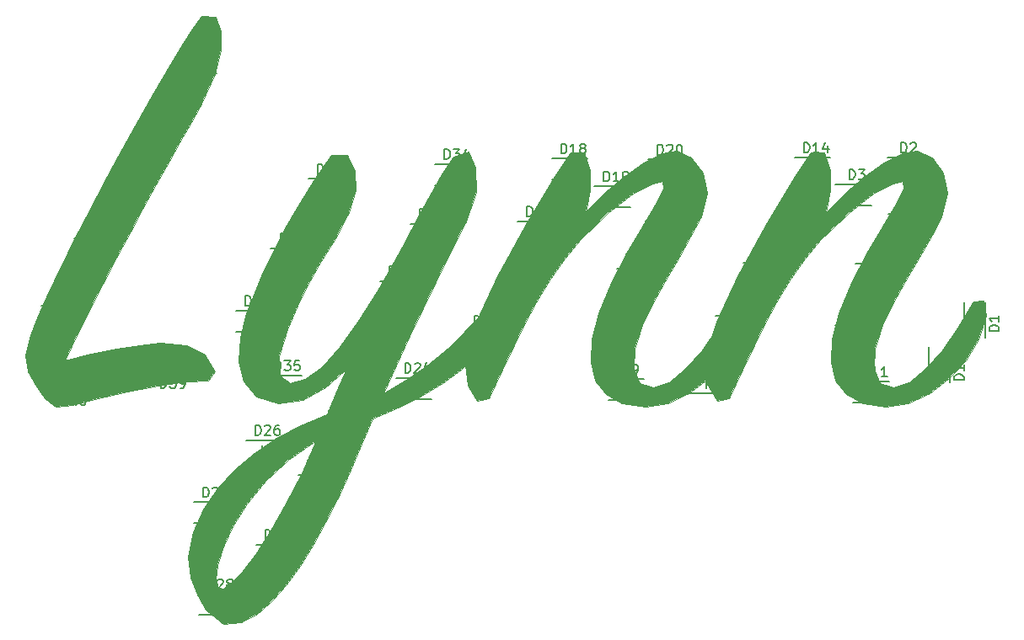
<source format=gbr>
G04 #@! TF.FileFunction,Legend,Top*
%FSLAX46Y46*%
G04 Gerber Fmt 4.6, Leading zero omitted, Abs format (unit mm)*
G04 Created by KiCad (PCBNEW 4.0.6) date Tuesday, 30 January 2018 'PMt' 23:29:37*
%MOMM*%
%LPD*%
G01*
G04 APERTURE LIST*
%ADD10C,0.100000*%
%ADD11C,0.150000*%
%ADD12C,0.124521*%
G04 APERTURE END LIST*
D10*
D11*
X240200000Y-92100000D02*
X240200000Y-95700000D01*
X242300000Y-92100000D02*
X242300000Y-95700000D01*
X241550000Y-94150000D02*
X240950000Y-94150000D01*
X240950000Y-94150000D02*
X241250000Y-93850000D01*
X241250000Y-93850000D02*
X241450000Y-94050000D01*
X241450000Y-94050000D02*
X241200000Y-94050000D01*
X241200000Y-94050000D02*
X241250000Y-94000000D01*
X241750000Y-93750000D02*
X240750000Y-93750000D01*
X241250000Y-94250000D02*
X241250000Y-94750000D01*
X241250000Y-93750000D02*
X241750000Y-94250000D01*
X241750000Y-94250000D02*
X240750000Y-94250000D01*
X240750000Y-94250000D02*
X241250000Y-93750000D01*
X232450000Y-79650000D02*
X236050000Y-79650000D01*
X232450000Y-77550000D02*
X236050000Y-77550000D01*
X234500000Y-78300000D02*
X234500000Y-78900000D01*
X234500000Y-78900000D02*
X234200000Y-78600000D01*
X234200000Y-78600000D02*
X234400000Y-78400000D01*
X234400000Y-78400000D02*
X234400000Y-78650000D01*
X234400000Y-78650000D02*
X234350000Y-78600000D01*
X234100000Y-78100000D02*
X234100000Y-79100000D01*
X234600000Y-78600000D02*
X235100000Y-78600000D01*
X234100000Y-78600000D02*
X234600000Y-78100000D01*
X234600000Y-78100000D02*
X234600000Y-79100000D01*
X234600000Y-79100000D02*
X234100000Y-78600000D01*
X227250000Y-82350000D02*
X230850000Y-82350000D01*
X227250000Y-80250000D02*
X230850000Y-80250000D01*
X229300000Y-81000000D02*
X229300000Y-81600000D01*
X229300000Y-81600000D02*
X229000000Y-81300000D01*
X229000000Y-81300000D02*
X229200000Y-81100000D01*
X229200000Y-81100000D02*
X229200000Y-81350000D01*
X229200000Y-81350000D02*
X229150000Y-81300000D01*
X228900000Y-80800000D02*
X228900000Y-81800000D01*
X229400000Y-81300000D02*
X229900000Y-81300000D01*
X228900000Y-81300000D02*
X229400000Y-80800000D01*
X229400000Y-80800000D02*
X229400000Y-81800000D01*
X229400000Y-81800000D02*
X228900000Y-81300000D01*
X232550000Y-85350000D02*
X236150000Y-85350000D01*
X232550000Y-83250000D02*
X236150000Y-83250000D01*
X234600000Y-84000000D02*
X234600000Y-84600000D01*
X234600000Y-84600000D02*
X234300000Y-84300000D01*
X234300000Y-84300000D02*
X234500000Y-84100000D01*
X234500000Y-84100000D02*
X234500000Y-84350000D01*
X234500000Y-84350000D02*
X234450000Y-84300000D01*
X234200000Y-83800000D02*
X234200000Y-84800000D01*
X234700000Y-84300000D02*
X235200000Y-84300000D01*
X234200000Y-84300000D02*
X234700000Y-83800000D01*
X234700000Y-83800000D02*
X234700000Y-84800000D01*
X234700000Y-84800000D02*
X234200000Y-84300000D01*
X229300000Y-90300000D02*
X232900000Y-90300000D01*
X229300000Y-88200000D02*
X232900000Y-88200000D01*
X231350000Y-88950000D02*
X231350000Y-89550000D01*
X231350000Y-89550000D02*
X231050000Y-89250000D01*
X231050000Y-89250000D02*
X231250000Y-89050000D01*
X231250000Y-89050000D02*
X231250000Y-89300000D01*
X231250000Y-89300000D02*
X231200000Y-89250000D01*
X230950000Y-88750000D02*
X230950000Y-89750000D01*
X231450000Y-89250000D02*
X231950000Y-89250000D01*
X230950000Y-89250000D02*
X231450000Y-88750000D01*
X231450000Y-88750000D02*
X231450000Y-89750000D01*
X231450000Y-89750000D02*
X230950000Y-89250000D01*
X227250000Y-96450000D02*
X230850000Y-96450000D01*
X227250000Y-94350000D02*
X230850000Y-94350000D01*
X229300000Y-95100000D02*
X229300000Y-95700000D01*
X229300000Y-95700000D02*
X229000000Y-95400000D01*
X229000000Y-95400000D02*
X229200000Y-95200000D01*
X229200000Y-95200000D02*
X229200000Y-95450000D01*
X229200000Y-95450000D02*
X229150000Y-95400000D01*
X228900000Y-94900000D02*
X228900000Y-95900000D01*
X229400000Y-95400000D02*
X229900000Y-95400000D01*
X228900000Y-95400000D02*
X229400000Y-94900000D01*
X229400000Y-94900000D02*
X229400000Y-95900000D01*
X229400000Y-95900000D02*
X228900000Y-95400000D01*
X218050000Y-90250000D02*
X221650000Y-90250000D01*
X218050000Y-88150000D02*
X221650000Y-88150000D01*
X220100000Y-88900000D02*
X220100000Y-89500000D01*
X220100000Y-89500000D02*
X219800000Y-89200000D01*
X219800000Y-89200000D02*
X220000000Y-89000000D01*
X220000000Y-89000000D02*
X220000000Y-89250000D01*
X220000000Y-89250000D02*
X219950000Y-89200000D01*
X219700000Y-88700000D02*
X219700000Y-89700000D01*
X220200000Y-89200000D02*
X220700000Y-89200000D01*
X219700000Y-89200000D02*
X220200000Y-88700000D01*
X220200000Y-88700000D02*
X220200000Y-89700000D01*
X220200000Y-89700000D02*
X219700000Y-89200000D01*
X215250000Y-95550000D02*
X218850000Y-95550000D01*
X215250000Y-93450000D02*
X218850000Y-93450000D01*
X217300000Y-94200000D02*
X217300000Y-94800000D01*
X217300000Y-94800000D02*
X217000000Y-94500000D01*
X217000000Y-94500000D02*
X217200000Y-94300000D01*
X217200000Y-94300000D02*
X217200000Y-94550000D01*
X217200000Y-94550000D02*
X217150000Y-94500000D01*
X216900000Y-94000000D02*
X216900000Y-95000000D01*
X217400000Y-94500000D02*
X217900000Y-94500000D01*
X216900000Y-94500000D02*
X217400000Y-94000000D01*
X217400000Y-94000000D02*
X217400000Y-95000000D01*
X217400000Y-95000000D02*
X216900000Y-94500000D01*
X204450000Y-101950000D02*
X208050000Y-101950000D01*
X204450000Y-99850000D02*
X208050000Y-99850000D01*
X206500000Y-100600000D02*
X206500000Y-101200000D01*
X206500000Y-101200000D02*
X206200000Y-100900000D01*
X206200000Y-100900000D02*
X206400000Y-100700000D01*
X206400000Y-100700000D02*
X206400000Y-100950000D01*
X206400000Y-100950000D02*
X206350000Y-100900000D01*
X206100000Y-100400000D02*
X206100000Y-101400000D01*
X206600000Y-100900000D02*
X207100000Y-100900000D01*
X206100000Y-100900000D02*
X206600000Y-100400000D01*
X206600000Y-100400000D02*
X206600000Y-101400000D01*
X206600000Y-101400000D02*
X206100000Y-100900000D01*
X212650000Y-101250000D02*
X216250000Y-101250000D01*
X212650000Y-99150000D02*
X216250000Y-99150000D01*
X214700000Y-99900000D02*
X214700000Y-100500000D01*
X214700000Y-100500000D02*
X214400000Y-100200000D01*
X214400000Y-100200000D02*
X214600000Y-100000000D01*
X214600000Y-100000000D02*
X214600000Y-100250000D01*
X214600000Y-100250000D02*
X214550000Y-100200000D01*
X214300000Y-99700000D02*
X214300000Y-100700000D01*
X214800000Y-100200000D02*
X215300000Y-100200000D01*
X214300000Y-100200000D02*
X214800000Y-99700000D01*
X214800000Y-99700000D02*
X214800000Y-100700000D01*
X214800000Y-100700000D02*
X214300000Y-100200000D01*
X229050000Y-102150000D02*
X232650000Y-102150000D01*
X229050000Y-100050000D02*
X232650000Y-100050000D01*
X231100000Y-100800000D02*
X231100000Y-101400000D01*
X231100000Y-101400000D02*
X230800000Y-101100000D01*
X230800000Y-101100000D02*
X231000000Y-100900000D01*
X231000000Y-100900000D02*
X231000000Y-101150000D01*
X231000000Y-101150000D02*
X230950000Y-101100000D01*
X230700000Y-100600000D02*
X230700000Y-101600000D01*
X231200000Y-101100000D02*
X231700000Y-101100000D01*
X230700000Y-101100000D02*
X231200000Y-100600000D01*
X231200000Y-100600000D02*
X231200000Y-101600000D01*
X231200000Y-101600000D02*
X230700000Y-101100000D01*
X236650000Y-96550000D02*
X236650000Y-100150000D01*
X238750000Y-96550000D02*
X238750000Y-100150000D01*
X238000000Y-98600000D02*
X237400000Y-98600000D01*
X237400000Y-98600000D02*
X237700000Y-98300000D01*
X237700000Y-98300000D02*
X237900000Y-98500000D01*
X237900000Y-98500000D02*
X237650000Y-98500000D01*
X237650000Y-98500000D02*
X237700000Y-98450000D01*
X238200000Y-98200000D02*
X237200000Y-98200000D01*
X237700000Y-98700000D02*
X237700000Y-99200000D01*
X237700000Y-98200000D02*
X238200000Y-98700000D01*
X238200000Y-98700000D02*
X237200000Y-98700000D01*
X237200000Y-98700000D02*
X237700000Y-98200000D01*
X220950000Y-85750000D02*
X224550000Y-85750000D01*
X220950000Y-83650000D02*
X224550000Y-83650000D01*
X223000000Y-84400000D02*
X223000000Y-85000000D01*
X223000000Y-85000000D02*
X222700000Y-84700000D01*
X222700000Y-84700000D02*
X222900000Y-84500000D01*
X222900000Y-84500000D02*
X222900000Y-84750000D01*
X222900000Y-84750000D02*
X222850000Y-84700000D01*
X222600000Y-84200000D02*
X222600000Y-85200000D01*
X223100000Y-84700000D02*
X223600000Y-84700000D01*
X222600000Y-84700000D02*
X223100000Y-84200000D01*
X223100000Y-84200000D02*
X223100000Y-85200000D01*
X223100000Y-85200000D02*
X222600000Y-84700000D01*
X223150000Y-79650000D02*
X226750000Y-79650000D01*
X223150000Y-77550000D02*
X226750000Y-77550000D01*
X225200000Y-78300000D02*
X225200000Y-78900000D01*
X225200000Y-78900000D02*
X224900000Y-78600000D01*
X224900000Y-78600000D02*
X225100000Y-78400000D01*
X225100000Y-78400000D02*
X225100000Y-78650000D01*
X225100000Y-78650000D02*
X225050000Y-78600000D01*
X224800000Y-78100000D02*
X224800000Y-79100000D01*
X225300000Y-78600000D02*
X225800000Y-78600000D01*
X224800000Y-78600000D02*
X225300000Y-78100000D01*
X225300000Y-78100000D02*
X225300000Y-79100000D01*
X225300000Y-79100000D02*
X224800000Y-78600000D01*
X203050000Y-97050000D02*
X206650000Y-97050000D01*
X203050000Y-94950000D02*
X206650000Y-94950000D01*
X205100000Y-95700000D02*
X205100000Y-96300000D01*
X205100000Y-96300000D02*
X204800000Y-96000000D01*
X204800000Y-96000000D02*
X205000000Y-95800000D01*
X205000000Y-95800000D02*
X205000000Y-96050000D01*
X205000000Y-96050000D02*
X204950000Y-96000000D01*
X204700000Y-95500000D02*
X204700000Y-96500000D01*
X205200000Y-96000000D02*
X205700000Y-96000000D01*
X204700000Y-96000000D02*
X205200000Y-95500000D01*
X205200000Y-95500000D02*
X205200000Y-96500000D01*
X205200000Y-96500000D02*
X204700000Y-96000000D01*
X205300000Y-90800000D02*
X208900000Y-90800000D01*
X205300000Y-88700000D02*
X208900000Y-88700000D01*
X207350000Y-89450000D02*
X207350000Y-90050000D01*
X207350000Y-90050000D02*
X207050000Y-89750000D01*
X207050000Y-89750000D02*
X207250000Y-89550000D01*
X207250000Y-89550000D02*
X207250000Y-89800000D01*
X207250000Y-89800000D02*
X207200000Y-89750000D01*
X206950000Y-89250000D02*
X206950000Y-90250000D01*
X207450000Y-89750000D02*
X207950000Y-89750000D01*
X206950000Y-89750000D02*
X207450000Y-89250000D01*
X207450000Y-89250000D02*
X207450000Y-90250000D01*
X207450000Y-90250000D02*
X206950000Y-89750000D01*
X195350000Y-86050000D02*
X198950000Y-86050000D01*
X195350000Y-83950000D02*
X198950000Y-83950000D01*
X197400000Y-84700000D02*
X197400000Y-85300000D01*
X197400000Y-85300000D02*
X197100000Y-85000000D01*
X197100000Y-85000000D02*
X197300000Y-84800000D01*
X197300000Y-84800000D02*
X197300000Y-85050000D01*
X197300000Y-85050000D02*
X197250000Y-85000000D01*
X197000000Y-84500000D02*
X197000000Y-85500000D01*
X197500000Y-85000000D02*
X198000000Y-85000000D01*
X197000000Y-85000000D02*
X197500000Y-84500000D01*
X197500000Y-84500000D02*
X197500000Y-85500000D01*
X197500000Y-85500000D02*
X197000000Y-85000000D01*
X198750000Y-79750000D02*
X202350000Y-79750000D01*
X198750000Y-77650000D02*
X202350000Y-77650000D01*
X200800000Y-78400000D02*
X200800000Y-79000000D01*
X200800000Y-79000000D02*
X200500000Y-78700000D01*
X200500000Y-78700000D02*
X200700000Y-78500000D01*
X200700000Y-78500000D02*
X200700000Y-78750000D01*
X200700000Y-78750000D02*
X200650000Y-78700000D01*
X200400000Y-78200000D02*
X200400000Y-79200000D01*
X200900000Y-78700000D02*
X201400000Y-78700000D01*
X200400000Y-78700000D02*
X200900000Y-78200000D01*
X200900000Y-78200000D02*
X200900000Y-79200000D01*
X200900000Y-79200000D02*
X200400000Y-78700000D01*
X203050000Y-82550000D02*
X206650000Y-82550000D01*
X203050000Y-80450000D02*
X206650000Y-80450000D01*
X205100000Y-81200000D02*
X205100000Y-81800000D01*
X205100000Y-81800000D02*
X204800000Y-81500000D01*
X204800000Y-81500000D02*
X205000000Y-81300000D01*
X205000000Y-81300000D02*
X205000000Y-81550000D01*
X205000000Y-81550000D02*
X204950000Y-81500000D01*
X204700000Y-81000000D02*
X204700000Y-82000000D01*
X205200000Y-81500000D02*
X205700000Y-81500000D01*
X204700000Y-81500000D02*
X205200000Y-81000000D01*
X205200000Y-81000000D02*
X205200000Y-82000000D01*
X205200000Y-82000000D02*
X204700000Y-81500000D01*
X208450000Y-79850000D02*
X212050000Y-79850000D01*
X208450000Y-77750000D02*
X212050000Y-77750000D01*
X210500000Y-78500000D02*
X210500000Y-79100000D01*
X210500000Y-79100000D02*
X210200000Y-78800000D01*
X210200000Y-78800000D02*
X210400000Y-78600000D01*
X210400000Y-78600000D02*
X210400000Y-78850000D01*
X210400000Y-78850000D02*
X210350000Y-78800000D01*
X210100000Y-78300000D02*
X210100000Y-79300000D01*
X210600000Y-78800000D02*
X211100000Y-78800000D01*
X210100000Y-78800000D02*
X210600000Y-78300000D01*
X210600000Y-78300000D02*
X210600000Y-79300000D01*
X210600000Y-79300000D02*
X210100000Y-78800000D01*
X208150000Y-85950000D02*
X211750000Y-85950000D01*
X208150000Y-83850000D02*
X211750000Y-83850000D01*
X210200000Y-84600000D02*
X210200000Y-85200000D01*
X210200000Y-85200000D02*
X209900000Y-84900000D01*
X209900000Y-84900000D02*
X210100000Y-84700000D01*
X210100000Y-84700000D02*
X210100000Y-84950000D01*
X210100000Y-84950000D02*
X210050000Y-84900000D01*
X209800000Y-84400000D02*
X209800000Y-85400000D01*
X210300000Y-84900000D02*
X210800000Y-84900000D01*
X209800000Y-84900000D02*
X210300000Y-84400000D01*
X210300000Y-84400000D02*
X210300000Y-85400000D01*
X210300000Y-85400000D02*
X209800000Y-84900000D01*
X193550000Y-91300000D02*
X197150000Y-91300000D01*
X193550000Y-89200000D02*
X197150000Y-89200000D01*
X195600000Y-89950000D02*
X195600000Y-90550000D01*
X195600000Y-90550000D02*
X195300000Y-90250000D01*
X195300000Y-90250000D02*
X195500000Y-90050000D01*
X195500000Y-90050000D02*
X195500000Y-90300000D01*
X195500000Y-90300000D02*
X195450000Y-90250000D01*
X195200000Y-89750000D02*
X195200000Y-90750000D01*
X195700000Y-90250000D02*
X196200000Y-90250000D01*
X195200000Y-90250000D02*
X195700000Y-89750000D01*
X195700000Y-89750000D02*
X195700000Y-90750000D01*
X195700000Y-90750000D02*
X195200000Y-90250000D01*
X190050000Y-97050000D02*
X193650000Y-97050000D01*
X190050000Y-94950000D02*
X193650000Y-94950000D01*
X192100000Y-95700000D02*
X192100000Y-96300000D01*
X192100000Y-96300000D02*
X191800000Y-96000000D01*
X191800000Y-96000000D02*
X192000000Y-95800000D01*
X192000000Y-95800000D02*
X192000000Y-96050000D01*
X192000000Y-96050000D02*
X191950000Y-96000000D01*
X191700000Y-95500000D02*
X191700000Y-96500000D01*
X192200000Y-96000000D02*
X192700000Y-96000000D01*
X191700000Y-96000000D02*
X192200000Y-95500000D01*
X192200000Y-95500000D02*
X192200000Y-96500000D01*
X192200000Y-96500000D02*
X191700000Y-96000000D01*
X183100000Y-101800000D02*
X186700000Y-101800000D01*
X183100000Y-99700000D02*
X186700000Y-99700000D01*
X185150000Y-100450000D02*
X185150000Y-101050000D01*
X185150000Y-101050000D02*
X184850000Y-100750000D01*
X184850000Y-100750000D02*
X185050000Y-100550000D01*
X185050000Y-100550000D02*
X185050000Y-100800000D01*
X185050000Y-100800000D02*
X185000000Y-100750000D01*
X184750000Y-100250000D02*
X184750000Y-101250000D01*
X185250000Y-100750000D02*
X185750000Y-100750000D01*
X184750000Y-100750000D02*
X185250000Y-100250000D01*
X185250000Y-100250000D02*
X185250000Y-101250000D01*
X185250000Y-101250000D02*
X184750000Y-100750000D01*
X176350000Y-105050000D02*
X179950000Y-105050000D01*
X176350000Y-102950000D02*
X179950000Y-102950000D01*
X178400000Y-103700000D02*
X178400000Y-104300000D01*
X178400000Y-104300000D02*
X178100000Y-104000000D01*
X178100000Y-104000000D02*
X178300000Y-103800000D01*
X178300000Y-103800000D02*
X178300000Y-104050000D01*
X178300000Y-104050000D02*
X178250000Y-104000000D01*
X178000000Y-103500000D02*
X178000000Y-104500000D01*
X178500000Y-104000000D02*
X179000000Y-104000000D01*
X178000000Y-104000000D02*
X178500000Y-103500000D01*
X178500000Y-103500000D02*
X178500000Y-104500000D01*
X178500000Y-104500000D02*
X178000000Y-104000000D01*
X168050000Y-108050000D02*
X171650000Y-108050000D01*
X168050000Y-105950000D02*
X171650000Y-105950000D01*
X170100000Y-106700000D02*
X170100000Y-107300000D01*
X170100000Y-107300000D02*
X169800000Y-107000000D01*
X169800000Y-107000000D02*
X170000000Y-106800000D01*
X170000000Y-106800000D02*
X170000000Y-107050000D01*
X170000000Y-107050000D02*
X169950000Y-107000000D01*
X169700000Y-106500000D02*
X169700000Y-107500000D01*
X170200000Y-107000000D02*
X170700000Y-107000000D01*
X169700000Y-107000000D02*
X170200000Y-106500000D01*
X170200000Y-106500000D02*
X170200000Y-107500000D01*
X170200000Y-107500000D02*
X169700000Y-107000000D01*
X162800000Y-114300000D02*
X166400000Y-114300000D01*
X162800000Y-112200000D02*
X166400000Y-112200000D01*
X164850000Y-112950000D02*
X164850000Y-113550000D01*
X164850000Y-113550000D02*
X164550000Y-113250000D01*
X164550000Y-113250000D02*
X164750000Y-113050000D01*
X164750000Y-113050000D02*
X164750000Y-113300000D01*
X164750000Y-113300000D02*
X164700000Y-113250000D01*
X164450000Y-112750000D02*
X164450000Y-113750000D01*
X164950000Y-113250000D02*
X165450000Y-113250000D01*
X164450000Y-113250000D02*
X164950000Y-112750000D01*
X164950000Y-112750000D02*
X164950000Y-113750000D01*
X164950000Y-113750000D02*
X164450000Y-113250000D01*
X163300000Y-123550000D02*
X166900000Y-123550000D01*
X163300000Y-121450000D02*
X166900000Y-121450000D01*
X165350000Y-122200000D02*
X165350000Y-122800000D01*
X165350000Y-122800000D02*
X165050000Y-122500000D01*
X165050000Y-122500000D02*
X165250000Y-122300000D01*
X165250000Y-122300000D02*
X165250000Y-122550000D01*
X165250000Y-122550000D02*
X165200000Y-122500000D01*
X164950000Y-122000000D02*
X164950000Y-123000000D01*
X165450000Y-122500000D02*
X165950000Y-122500000D01*
X164950000Y-122500000D02*
X165450000Y-122000000D01*
X165450000Y-122000000D02*
X165450000Y-123000000D01*
X165450000Y-123000000D02*
X164950000Y-122500000D01*
X169050000Y-118550000D02*
X172650000Y-118550000D01*
X169050000Y-116450000D02*
X172650000Y-116450000D01*
X171100000Y-117200000D02*
X171100000Y-117800000D01*
X171100000Y-117800000D02*
X170800000Y-117500000D01*
X170800000Y-117500000D02*
X171000000Y-117300000D01*
X171000000Y-117300000D02*
X171000000Y-117550000D01*
X171000000Y-117550000D02*
X170950000Y-117500000D01*
X170700000Y-117000000D02*
X170700000Y-118000000D01*
X171200000Y-117500000D02*
X171700000Y-117500000D01*
X170700000Y-117500000D02*
X171200000Y-117000000D01*
X171200000Y-117000000D02*
X171200000Y-118000000D01*
X171200000Y-118000000D02*
X170700000Y-117500000D01*
X173300000Y-111550000D02*
X176900000Y-111550000D01*
X173300000Y-109450000D02*
X176900000Y-109450000D01*
X175350000Y-110200000D02*
X175350000Y-110800000D01*
X175350000Y-110800000D02*
X175050000Y-110500000D01*
X175050000Y-110500000D02*
X175250000Y-110300000D01*
X175250000Y-110300000D02*
X175250000Y-110550000D01*
X175250000Y-110550000D02*
X175200000Y-110500000D01*
X174950000Y-110000000D02*
X174950000Y-111000000D01*
X175450000Y-110500000D02*
X175950000Y-110500000D01*
X174950000Y-110500000D02*
X175450000Y-110000000D01*
X175450000Y-110000000D02*
X175450000Y-111000000D01*
X175450000Y-111000000D02*
X174950000Y-110500000D01*
X178550000Y-98300000D02*
X182150000Y-98300000D01*
X178550000Y-96200000D02*
X182150000Y-96200000D01*
X180600000Y-96950000D02*
X180600000Y-97550000D01*
X180600000Y-97550000D02*
X180300000Y-97250000D01*
X180300000Y-97250000D02*
X180500000Y-97050000D01*
X180500000Y-97050000D02*
X180500000Y-97300000D01*
X180500000Y-97300000D02*
X180450000Y-97250000D01*
X180200000Y-96750000D02*
X180200000Y-97750000D01*
X180700000Y-97250000D02*
X181200000Y-97250000D01*
X180200000Y-97250000D02*
X180700000Y-96750000D01*
X180700000Y-96750000D02*
X180700000Y-97750000D01*
X180700000Y-97750000D02*
X180200000Y-97250000D01*
X181550000Y-92050000D02*
X185150000Y-92050000D01*
X181550000Y-89950000D02*
X185150000Y-89950000D01*
X183600000Y-90700000D02*
X183600000Y-91300000D01*
X183600000Y-91300000D02*
X183300000Y-91000000D01*
X183300000Y-91000000D02*
X183500000Y-90800000D01*
X183500000Y-90800000D02*
X183500000Y-91050000D01*
X183500000Y-91050000D02*
X183450000Y-91000000D01*
X183200000Y-90500000D02*
X183200000Y-91500000D01*
X183700000Y-91000000D02*
X184200000Y-91000000D01*
X183200000Y-91000000D02*
X183700000Y-90500000D01*
X183700000Y-90500000D02*
X183700000Y-91500000D01*
X183700000Y-91500000D02*
X183200000Y-91000000D01*
X184550000Y-86300000D02*
X188150000Y-86300000D01*
X184550000Y-84200000D02*
X188150000Y-84200000D01*
X186600000Y-84950000D02*
X186600000Y-85550000D01*
X186600000Y-85550000D02*
X186300000Y-85250000D01*
X186300000Y-85250000D02*
X186500000Y-85050000D01*
X186500000Y-85050000D02*
X186500000Y-85300000D01*
X186500000Y-85300000D02*
X186450000Y-85250000D01*
X186200000Y-84750000D02*
X186200000Y-85750000D01*
X186700000Y-85250000D02*
X187200000Y-85250000D01*
X186200000Y-85250000D02*
X186700000Y-84750000D01*
X186700000Y-84750000D02*
X186700000Y-85750000D01*
X186700000Y-85750000D02*
X186200000Y-85250000D01*
X187050000Y-80300000D02*
X190650000Y-80300000D01*
X187050000Y-78200000D02*
X190650000Y-78200000D01*
X189100000Y-78950000D02*
X189100000Y-79550000D01*
X189100000Y-79550000D02*
X188800000Y-79250000D01*
X188800000Y-79250000D02*
X189000000Y-79050000D01*
X189000000Y-79050000D02*
X189000000Y-79300000D01*
X189000000Y-79300000D02*
X188950000Y-79250000D01*
X188700000Y-78750000D02*
X188700000Y-79750000D01*
X189200000Y-79250000D02*
X189700000Y-79250000D01*
X188700000Y-79250000D02*
X189200000Y-78750000D01*
X189200000Y-78750000D02*
X189200000Y-79750000D01*
X189200000Y-79750000D02*
X188700000Y-79250000D01*
X170050000Y-101550000D02*
X173650000Y-101550000D01*
X170050000Y-99450000D02*
X173650000Y-99450000D01*
X172100000Y-100200000D02*
X172100000Y-100800000D01*
X172100000Y-100800000D02*
X171800000Y-100500000D01*
X171800000Y-100500000D02*
X172000000Y-100300000D01*
X172000000Y-100300000D02*
X172000000Y-100550000D01*
X172000000Y-100550000D02*
X171950000Y-100500000D01*
X171700000Y-100000000D02*
X171700000Y-101000000D01*
X172200000Y-100500000D02*
X172700000Y-100500000D01*
X171700000Y-100500000D02*
X172200000Y-100000000D01*
X172200000Y-100000000D02*
X172200000Y-101000000D01*
X172200000Y-101000000D02*
X171700000Y-100500000D01*
X167050000Y-95050000D02*
X170650000Y-95050000D01*
X167050000Y-92950000D02*
X170650000Y-92950000D01*
X169100000Y-93700000D02*
X169100000Y-94300000D01*
X169100000Y-94300000D02*
X168800000Y-94000000D01*
X168800000Y-94000000D02*
X169000000Y-93800000D01*
X169000000Y-93800000D02*
X169000000Y-94050000D01*
X169000000Y-94050000D02*
X168950000Y-94000000D01*
X168700000Y-93500000D02*
X168700000Y-94500000D01*
X169200000Y-94000000D02*
X169700000Y-94000000D01*
X168700000Y-94000000D02*
X169200000Y-93500000D01*
X169200000Y-93500000D02*
X169200000Y-94500000D01*
X169200000Y-94500000D02*
X168700000Y-94000000D01*
X170550000Y-88800000D02*
X174150000Y-88800000D01*
X170550000Y-86700000D02*
X174150000Y-86700000D01*
X172600000Y-87450000D02*
X172600000Y-88050000D01*
X172600000Y-88050000D02*
X172300000Y-87750000D01*
X172300000Y-87750000D02*
X172500000Y-87550000D01*
X172500000Y-87550000D02*
X172500000Y-87800000D01*
X172500000Y-87800000D02*
X172450000Y-87750000D01*
X172200000Y-87250000D02*
X172200000Y-88250000D01*
X172700000Y-87750000D02*
X173200000Y-87750000D01*
X172200000Y-87750000D02*
X172700000Y-87250000D01*
X172700000Y-87250000D02*
X172700000Y-88250000D01*
X172700000Y-88250000D02*
X172200000Y-87750000D01*
X174300000Y-81800000D02*
X177900000Y-81800000D01*
X174300000Y-79700000D02*
X177900000Y-79700000D01*
X176350000Y-80450000D02*
X176350000Y-81050000D01*
X176350000Y-81050000D02*
X176050000Y-80750000D01*
X176050000Y-80750000D02*
X176250000Y-80550000D01*
X176250000Y-80550000D02*
X176250000Y-80800000D01*
X176250000Y-80800000D02*
X176200000Y-80750000D01*
X175950000Y-80250000D02*
X175950000Y-81250000D01*
X176450000Y-80750000D02*
X176950000Y-80750000D01*
X175950000Y-80750000D02*
X176450000Y-80250000D01*
X176450000Y-80250000D02*
X176450000Y-81250000D01*
X176450000Y-81250000D02*
X175950000Y-80750000D01*
X162850000Y-97200000D02*
X159250000Y-97200000D01*
X162850000Y-99300000D02*
X159250000Y-99300000D01*
X160800000Y-98550000D02*
X160800000Y-97950000D01*
X160800000Y-97950000D02*
X161100000Y-98250000D01*
X161100000Y-98250000D02*
X160900000Y-98450000D01*
X160900000Y-98450000D02*
X160900000Y-98200000D01*
X160900000Y-98200000D02*
X160950000Y-98250000D01*
X161200000Y-98750000D02*
X161200000Y-97750000D01*
X160700000Y-98250000D02*
X160200000Y-98250000D01*
X161200000Y-98250000D02*
X160700000Y-98750000D01*
X160700000Y-98750000D02*
X160700000Y-97750000D01*
X160700000Y-97750000D02*
X161200000Y-98250000D01*
X152850000Y-98950000D02*
X149250000Y-98950000D01*
X152850000Y-101050000D02*
X149250000Y-101050000D01*
X150800000Y-100300000D02*
X150800000Y-99700000D01*
X150800000Y-99700000D02*
X151100000Y-100000000D01*
X151100000Y-100000000D02*
X150900000Y-100200000D01*
X150900000Y-100200000D02*
X150900000Y-99950000D01*
X150900000Y-99950000D02*
X150950000Y-100000000D01*
X151200000Y-100500000D02*
X151200000Y-99500000D01*
X150700000Y-100000000D02*
X150200000Y-100000000D01*
X151200000Y-100000000D02*
X150700000Y-100500000D01*
X150700000Y-100500000D02*
X150700000Y-99500000D01*
X150700000Y-99500000D02*
X151200000Y-100000000D01*
X151100000Y-92450000D02*
X147500000Y-92450000D01*
X151100000Y-94550000D02*
X147500000Y-94550000D01*
X149050000Y-93800000D02*
X149050000Y-93200000D01*
X149050000Y-93200000D02*
X149350000Y-93500000D01*
X149350000Y-93500000D02*
X149150000Y-93700000D01*
X149150000Y-93700000D02*
X149150000Y-93450000D01*
X149150000Y-93450000D02*
X149200000Y-93500000D01*
X149450000Y-94000000D02*
X149450000Y-93000000D01*
X148950000Y-93500000D02*
X148450000Y-93500000D01*
X149450000Y-93500000D02*
X148950000Y-94000000D01*
X148950000Y-94000000D02*
X148950000Y-93000000D01*
X148950000Y-93000000D02*
X149450000Y-93500000D01*
X154350000Y-85700000D02*
X150750000Y-85700000D01*
X154350000Y-87800000D02*
X150750000Y-87800000D01*
X152300000Y-87050000D02*
X152300000Y-86450000D01*
X152300000Y-86450000D02*
X152600000Y-86750000D01*
X152600000Y-86750000D02*
X152400000Y-86950000D01*
X152400000Y-86950000D02*
X152400000Y-86700000D01*
X152400000Y-86700000D02*
X152450000Y-86750000D01*
X152700000Y-87250000D02*
X152700000Y-86250000D01*
X152200000Y-86750000D02*
X151700000Y-86750000D01*
X152700000Y-86750000D02*
X152200000Y-87250000D01*
X152200000Y-87250000D02*
X152200000Y-86250000D01*
X152200000Y-86250000D02*
X152700000Y-86750000D01*
X157600000Y-79700000D02*
X154000000Y-79700000D01*
X157600000Y-81800000D02*
X154000000Y-81800000D01*
X155550000Y-81050000D02*
X155550000Y-80450000D01*
X155550000Y-80450000D02*
X155850000Y-80750000D01*
X155850000Y-80750000D02*
X155650000Y-80950000D01*
X155650000Y-80950000D02*
X155650000Y-80700000D01*
X155650000Y-80700000D02*
X155700000Y-80750000D01*
X155950000Y-81250000D02*
X155950000Y-80250000D01*
X155450000Y-80750000D02*
X154950000Y-80750000D01*
X155950000Y-80750000D02*
X155450000Y-81250000D01*
X155450000Y-81250000D02*
X155450000Y-80250000D01*
X155450000Y-80250000D02*
X155950000Y-80750000D01*
X161850000Y-72950000D02*
X158250000Y-72950000D01*
X161850000Y-75050000D02*
X158250000Y-75050000D01*
X159800000Y-74300000D02*
X159800000Y-73700000D01*
X159800000Y-73700000D02*
X160100000Y-74000000D01*
X160100000Y-74000000D02*
X159900000Y-74200000D01*
X159900000Y-74200000D02*
X159900000Y-73950000D01*
X159900000Y-73950000D02*
X159950000Y-74000000D01*
X160200000Y-74500000D02*
X160200000Y-73500000D01*
X159700000Y-74000000D02*
X159200000Y-74000000D01*
X160200000Y-74000000D02*
X159700000Y-74500000D01*
X159700000Y-74500000D02*
X159700000Y-73500000D01*
X159700000Y-73500000D02*
X160200000Y-74000000D01*
X165100000Y-66950000D02*
X161500000Y-66950000D01*
X165100000Y-69050000D02*
X161500000Y-69050000D01*
X163050000Y-68300000D02*
X163050000Y-67700000D01*
X163050000Y-67700000D02*
X163350000Y-68000000D01*
X163350000Y-68000000D02*
X163150000Y-68200000D01*
X163150000Y-68200000D02*
X163150000Y-67950000D01*
X163150000Y-67950000D02*
X163200000Y-68000000D01*
X163450000Y-68500000D02*
X163450000Y-67500000D01*
X162950000Y-68000000D02*
X162450000Y-68000000D01*
X163450000Y-68000000D02*
X162950000Y-68500000D01*
X162950000Y-68500000D02*
X162950000Y-67500000D01*
X162950000Y-67500000D02*
X163450000Y-68000000D01*
D12*
G36*
X149853783Y-97941110D02*
X151144014Y-95214734D01*
X152471300Y-92522020D01*
X153819802Y-89877961D01*
X155173679Y-87297547D01*
X156517089Y-84795772D01*
X157834193Y-82387629D01*
X159109148Y-80088108D01*
X160326114Y-77912203D01*
X161469250Y-75874905D01*
X162522716Y-73991208D01*
X163470670Y-72276102D01*
X164907071Y-69155239D01*
X165502221Y-66699140D01*
X165473787Y-64819563D01*
X165039436Y-63428263D01*
X163533421Y-63302762D01*
X162540550Y-64765134D01*
X161353857Y-66645140D01*
X160011217Y-68874743D01*
X158550501Y-71385911D01*
X157009583Y-74110608D01*
X155426336Y-76980800D01*
X153838634Y-79928451D01*
X152284349Y-82885528D01*
X150801355Y-85783996D01*
X149427524Y-88555821D01*
X148200731Y-91132966D01*
X147158847Y-93447399D01*
X146339747Y-95431085D01*
X145845586Y-97462637D01*
X146151495Y-99070622D01*
X146873128Y-100396229D01*
X147783012Y-101768899D01*
X148888992Y-102600345D01*
X150606790Y-102396405D01*
X153125852Y-101774421D01*
X156090694Y-101110268D01*
X159163968Y-100512380D01*
X162008329Y-100089190D01*
X164286428Y-99949131D01*
X164913934Y-99007871D01*
X163872739Y-97383327D01*
X162064591Y-96386289D01*
X159391878Y-96184093D01*
X157398566Y-96405681D01*
X155069929Y-96780224D01*
X152517743Y-97295955D01*
X149853783Y-97941110D01*
X149853783Y-97941110D01*
G37*
X149853783Y-97941110D02*
X151144014Y-95214734D01*
X152471300Y-92522020D01*
X153819802Y-89877961D01*
X155173679Y-87297547D01*
X156517089Y-84795772D01*
X157834193Y-82387629D01*
X159109148Y-80088108D01*
X160326114Y-77912203D01*
X161469250Y-75874905D01*
X162522716Y-73991208D01*
X163470670Y-72276102D01*
X164907071Y-69155239D01*
X165502221Y-66699140D01*
X165473787Y-64819563D01*
X165039436Y-63428263D01*
X163533421Y-63302762D01*
X162540550Y-64765134D01*
X161353857Y-66645140D01*
X160011217Y-68874743D01*
X158550501Y-71385911D01*
X157009583Y-74110608D01*
X155426336Y-76980800D01*
X153838634Y-79928451D01*
X152284349Y-82885528D01*
X150801355Y-85783996D01*
X149427524Y-88555821D01*
X148200731Y-91132966D01*
X147158847Y-93447399D01*
X146339747Y-95431085D01*
X145845586Y-97462637D01*
X146151495Y-99070622D01*
X146873128Y-100396229D01*
X147783012Y-101768899D01*
X148888992Y-102600345D01*
X150606790Y-102396405D01*
X153125852Y-101774421D01*
X156090694Y-101110268D01*
X159163968Y-100512380D01*
X162008329Y-100089190D01*
X164286428Y-99949131D01*
X164913934Y-99007871D01*
X163872739Y-97383327D01*
X162064591Y-96386289D01*
X159391878Y-96184093D01*
X157398566Y-96405681D01*
X155069929Y-96780224D01*
X152517743Y-97295955D01*
X149853783Y-97941110D01*
G36*
X192807571Y-95368334D02*
X175111893Y-105973191D01*
X173605020Y-109309515D01*
X172045936Y-112356107D01*
X170500089Y-115046785D01*
X169032926Y-117315368D01*
X167709892Y-119095672D01*
X166596436Y-120321515D01*
X165758005Y-120926715D01*
X165260044Y-120845090D01*
X165024484Y-119948688D01*
X165175723Y-118521356D01*
X165729938Y-116691047D01*
X166703309Y-114585715D01*
X168112011Y-112333310D01*
X169972224Y-110061787D01*
X172300126Y-107899096D01*
X175111893Y-105973191D01*
X192807571Y-95368334D01*
X193819425Y-93148531D01*
X193937083Y-91728798D01*
X192933072Y-91603296D01*
X191578704Y-93334458D01*
X190025626Y-95056905D01*
X188273838Y-96741005D01*
X186323339Y-98357124D01*
X184174130Y-99875631D01*
X181826210Y-101266894D01*
X183019570Y-98585448D01*
X184304037Y-95820578D01*
X185624728Y-93065587D01*
X186926758Y-90413779D01*
X188155243Y-87958454D01*
X189255300Y-85792917D01*
X190172045Y-84010470D01*
X191157462Y-81017033D01*
X191110980Y-78595323D01*
X190423047Y-76982400D01*
X188854282Y-77421654D01*
X187716636Y-79209757D01*
X186509267Y-81309869D01*
X185246120Y-83626123D01*
X183941139Y-86062649D01*
X182608270Y-88523577D01*
X181261455Y-90913040D01*
X179353836Y-93993343D01*
X177491397Y-96594733D01*
X175704259Y-98584681D01*
X174022542Y-99830658D01*
X172476367Y-100200133D01*
X171474681Y-99428533D01*
X171365448Y-97541365D01*
X172162613Y-94803579D01*
X173102892Y-92639662D01*
X174178477Y-90481629D01*
X175454080Y-88194172D01*
X176994412Y-85641986D01*
X178371984Y-83058425D01*
X179025964Y-80833719D01*
X178962233Y-78926688D01*
X178186674Y-77296153D01*
X176617908Y-77296153D01*
X174933337Y-79743061D01*
X173383781Y-82210826D01*
X171981313Y-84651149D01*
X170738009Y-87015732D01*
X169665943Y-89256277D01*
X168777190Y-91324486D01*
X168083823Y-93172062D01*
X167428706Y-95672549D01*
X167285635Y-98055567D01*
X167790150Y-100098226D01*
X169077793Y-101577635D01*
X171284105Y-102270903D01*
X173740676Y-101906020D01*
X176043856Y-100648684D01*
X178123923Y-98819619D01*
X177127757Y-101102173D01*
X176178654Y-103337664D01*
X173577521Y-104468822D01*
X171128966Y-105771218D01*
X168877993Y-107254730D01*
X166869607Y-108929239D01*
X165148813Y-110804623D01*
X163760615Y-112890762D01*
X162750019Y-115197534D01*
X162240170Y-117710500D01*
X162436266Y-119770486D01*
X163102991Y-121489265D01*
X164005031Y-122978612D01*
X165793425Y-124461096D01*
X167581818Y-124296375D01*
X169121530Y-123460914D01*
X170614932Y-122198496D01*
X172060895Y-120567858D01*
X173458288Y-118627734D01*
X174805984Y-116436859D01*
X176102851Y-114053966D01*
X177347761Y-111537791D01*
X178539583Y-108947068D01*
X179677190Y-106340533D01*
X180759450Y-103776918D01*
X183290392Y-102683431D01*
X185653999Y-101513248D01*
X187818896Y-100231508D01*
X189753707Y-98803350D01*
X191427057Y-97193913D01*
X192807571Y-95368334D01*
X192807571Y-95368334D01*
G37*
X192807571Y-95368334D02*
X175111893Y-105973191D01*
X173605020Y-109309515D01*
X172045936Y-112356107D01*
X170500089Y-115046785D01*
X169032926Y-117315368D01*
X167709892Y-119095672D01*
X166596436Y-120321515D01*
X165758005Y-120926715D01*
X165260044Y-120845090D01*
X165024484Y-119948688D01*
X165175723Y-118521356D01*
X165729938Y-116691047D01*
X166703309Y-114585715D01*
X168112011Y-112333310D01*
X169972224Y-110061787D01*
X172300126Y-107899096D01*
X175111893Y-105973191D01*
X192807571Y-95368334D01*
X193819425Y-93148531D01*
X193937083Y-91728798D01*
X192933072Y-91603296D01*
X191578704Y-93334458D01*
X190025626Y-95056905D01*
X188273838Y-96741005D01*
X186323339Y-98357124D01*
X184174130Y-99875631D01*
X181826210Y-101266894D01*
X183019570Y-98585448D01*
X184304037Y-95820578D01*
X185624728Y-93065587D01*
X186926758Y-90413779D01*
X188155243Y-87958454D01*
X189255300Y-85792917D01*
X190172045Y-84010470D01*
X191157462Y-81017033D01*
X191110980Y-78595323D01*
X190423047Y-76982400D01*
X188854282Y-77421654D01*
X187716636Y-79209757D01*
X186509267Y-81309869D01*
X185246120Y-83626123D01*
X183941139Y-86062649D01*
X182608270Y-88523577D01*
X181261455Y-90913040D01*
X179353836Y-93993343D01*
X177491397Y-96594733D01*
X175704259Y-98584681D01*
X174022542Y-99830658D01*
X172476367Y-100200133D01*
X171474681Y-99428533D01*
X171365448Y-97541365D01*
X172162613Y-94803579D01*
X173102892Y-92639662D01*
X174178477Y-90481629D01*
X175454080Y-88194172D01*
X176994412Y-85641986D01*
X178371984Y-83058425D01*
X179025964Y-80833719D01*
X178962233Y-78926688D01*
X178186674Y-77296153D01*
X176617908Y-77296153D01*
X174933337Y-79743061D01*
X173383781Y-82210826D01*
X171981313Y-84651149D01*
X170738009Y-87015732D01*
X169665943Y-89256277D01*
X168777190Y-91324486D01*
X168083823Y-93172062D01*
X167428706Y-95672549D01*
X167285635Y-98055567D01*
X167790150Y-100098226D01*
X169077793Y-101577635D01*
X171284105Y-102270903D01*
X173740676Y-101906020D01*
X176043856Y-100648684D01*
X178123923Y-98819619D01*
X177127757Y-101102173D01*
X176178654Y-103337664D01*
X173577521Y-104468822D01*
X171128966Y-105771218D01*
X168877993Y-107254730D01*
X166869607Y-108929239D01*
X165148813Y-110804623D01*
X163760615Y-112890762D01*
X162750019Y-115197534D01*
X162240170Y-117710500D01*
X162436266Y-119770486D01*
X163102991Y-121489265D01*
X164005031Y-122978612D01*
X165793425Y-124461096D01*
X167581818Y-124296375D01*
X169121530Y-123460914D01*
X170614932Y-122198496D01*
X172060895Y-120567858D01*
X173458288Y-118627734D01*
X174805984Y-116436859D01*
X176102851Y-114053966D01*
X177347761Y-111537791D01*
X178539583Y-108947068D01*
X179677190Y-106340533D01*
X180759450Y-103776918D01*
X183290392Y-102683431D01*
X185653999Y-101513248D01*
X187818896Y-100231508D01*
X189753707Y-98803350D01*
X191427057Y-97193913D01*
X192807571Y-95368334D01*
G36*
X202157414Y-83006460D02*
X202624558Y-80805540D01*
X202589697Y-78785899D01*
X201969163Y-77045150D01*
X200651399Y-77045150D01*
X199136438Y-79353932D01*
X197591326Y-81843612D01*
X196068275Y-84424477D01*
X194619495Y-87006813D01*
X193297197Y-89500905D01*
X192153591Y-91817041D01*
X191240888Y-93865506D01*
X190611298Y-95556587D01*
X190048867Y-98347827D01*
X190295221Y-100483673D01*
X191238804Y-102019901D01*
X192431067Y-101768899D01*
X193593874Y-99239481D01*
X194779733Y-96732017D01*
X196004011Y-94283828D01*
X197282075Y-91932234D01*
X198629292Y-89714557D01*
X200061031Y-87668119D01*
X201592659Y-85830239D01*
X204492914Y-83020187D01*
X207004901Y-81139629D01*
X208881537Y-80129736D01*
X209875742Y-79931679D01*
X209932973Y-80664351D01*
X209162244Y-82237184D01*
X207844190Y-84465412D01*
X206259446Y-87164270D01*
X204688647Y-90148993D01*
X203412427Y-93234813D01*
X202763423Y-95822986D01*
X202654771Y-98085204D01*
X203114362Y-99956974D01*
X204170083Y-101373802D01*
X205849824Y-102271194D01*
X208181475Y-102584657D01*
X210382265Y-102223715D01*
X212534863Y-101233259D01*
X214515775Y-99751842D01*
X216201507Y-97918018D01*
X217468565Y-95870339D01*
X218245104Y-93470128D01*
X218033323Y-91917050D01*
X216966560Y-91979802D01*
X215462554Y-94555087D01*
X213850114Y-96889411D01*
X212186470Y-98802050D01*
X210528850Y-100112283D01*
X208934482Y-100639389D01*
X207595149Y-100194251D01*
X206973525Y-98819620D01*
X207081378Y-96739044D01*
X207930473Y-94176074D01*
X208965105Y-92078697D01*
X210228653Y-89806622D01*
X211558465Y-87516475D01*
X212791892Y-85364881D01*
X213766283Y-83508466D01*
X214336922Y-81136689D01*
X213907473Y-79076703D01*
X212795610Y-77569707D01*
X211319007Y-76856899D01*
X209842108Y-77086818D01*
X208012801Y-78018539D01*
X206005785Y-79450257D01*
X203995757Y-81180167D01*
X202157414Y-83006461D01*
X202157414Y-83006460D01*
X202157414Y-83006460D01*
G37*
X202157414Y-83006460D02*
X202624558Y-80805540D01*
X202589697Y-78785899D01*
X201969163Y-77045150D01*
X200651399Y-77045150D01*
X199136438Y-79353932D01*
X197591326Y-81843612D01*
X196068275Y-84424477D01*
X194619495Y-87006813D01*
X193297197Y-89500905D01*
X192153591Y-91817041D01*
X191240888Y-93865506D01*
X190611298Y-95556587D01*
X190048867Y-98347827D01*
X190295221Y-100483673D01*
X191238804Y-102019901D01*
X192431067Y-101768899D01*
X193593874Y-99239481D01*
X194779733Y-96732017D01*
X196004011Y-94283828D01*
X197282075Y-91932234D01*
X198629292Y-89714557D01*
X200061031Y-87668119D01*
X201592659Y-85830239D01*
X204492914Y-83020187D01*
X207004901Y-81139629D01*
X208881537Y-80129736D01*
X209875742Y-79931679D01*
X209932973Y-80664351D01*
X209162244Y-82237184D01*
X207844190Y-84465412D01*
X206259446Y-87164270D01*
X204688647Y-90148993D01*
X203412427Y-93234813D01*
X202763423Y-95822986D01*
X202654771Y-98085204D01*
X203114362Y-99956974D01*
X204170083Y-101373802D01*
X205849824Y-102271194D01*
X208181475Y-102584657D01*
X210382265Y-102223715D01*
X212534863Y-101233259D01*
X214515775Y-99751842D01*
X216201507Y-97918018D01*
X217468565Y-95870339D01*
X218245104Y-93470128D01*
X218033323Y-91917050D01*
X216966560Y-91979802D01*
X215462554Y-94555087D01*
X213850114Y-96889411D01*
X212186470Y-98802050D01*
X210528850Y-100112283D01*
X208934482Y-100639389D01*
X207595149Y-100194251D01*
X206973525Y-98819620D01*
X207081378Y-96739044D01*
X207930473Y-94176074D01*
X208965105Y-92078697D01*
X210228653Y-89806622D01*
X211558465Y-87516475D01*
X212791892Y-85364881D01*
X213766283Y-83508466D01*
X214336922Y-81136689D01*
X213907473Y-79076703D01*
X212795610Y-77569707D01*
X211319007Y-76856899D01*
X209842108Y-77086818D01*
X208012801Y-78018539D01*
X206005785Y-79450257D01*
X203995757Y-81180167D01*
X202157414Y-83006461D01*
X202157414Y-83006460D01*
G36*
X226301696Y-83006460D02*
X226768843Y-80805540D01*
X226733984Y-78785899D01*
X226113451Y-77045150D01*
X224795680Y-77045150D01*
X223280718Y-79353932D01*
X221735606Y-81843612D01*
X220212555Y-84424477D01*
X218763776Y-87006813D01*
X217441479Y-89500905D01*
X216297874Y-91817041D01*
X215385172Y-93865506D01*
X214755584Y-95556587D01*
X214193151Y-98347827D01*
X214439503Y-100483673D01*
X215383083Y-102019901D01*
X216575349Y-101768899D01*
X217738159Y-99239481D01*
X218924018Y-96732017D01*
X220148296Y-94283828D01*
X221426359Y-91932234D01*
X222773576Y-89714557D01*
X224205313Y-87668119D01*
X225736939Y-85830239D01*
X228637196Y-83020187D01*
X231149184Y-81139629D01*
X233025820Y-80129736D01*
X234020021Y-79931679D01*
X234077253Y-80664351D01*
X233306525Y-82237184D01*
X231988472Y-84465412D01*
X230403729Y-87164270D01*
X228832931Y-90148993D01*
X227556715Y-93234813D01*
X226907708Y-95822986D01*
X226799055Y-98085204D01*
X227258645Y-99956974D01*
X228314367Y-101373802D01*
X229994109Y-102271194D01*
X232325760Y-102584657D01*
X234526547Y-102223715D01*
X236679144Y-101233259D01*
X238660056Y-99751842D01*
X240345790Y-97918018D01*
X241612853Y-95870339D01*
X242389392Y-93470128D01*
X242177611Y-91917050D01*
X241110848Y-91979802D01*
X239606841Y-94555087D01*
X237994400Y-96889411D01*
X236330755Y-98802050D01*
X234673132Y-100112283D01*
X233078763Y-100639389D01*
X231739432Y-100194251D01*
X231117809Y-98819620D01*
X231225661Y-96739044D01*
X232074752Y-94176074D01*
X233109384Y-92078697D01*
X234372932Y-89806622D01*
X235702743Y-87516475D01*
X236936169Y-85364881D01*
X237910560Y-83508466D01*
X238481200Y-81136689D01*
X238051751Y-79076703D01*
X236939888Y-77569707D01*
X235463285Y-76856899D01*
X233986390Y-77086818D01*
X232157084Y-78018539D01*
X230150067Y-79450257D01*
X228140038Y-81180167D01*
X226301696Y-83006461D01*
X226301696Y-83006460D01*
X226301696Y-83006460D01*
G37*
X226301696Y-83006460D02*
X226768843Y-80805540D01*
X226733984Y-78785899D01*
X226113451Y-77045150D01*
X224795680Y-77045150D01*
X223280718Y-79353932D01*
X221735606Y-81843612D01*
X220212555Y-84424477D01*
X218763776Y-87006813D01*
X217441479Y-89500905D01*
X216297874Y-91817041D01*
X215385172Y-93865506D01*
X214755584Y-95556587D01*
X214193151Y-98347827D01*
X214439503Y-100483673D01*
X215383083Y-102019901D01*
X216575349Y-101768899D01*
X217738159Y-99239481D01*
X218924018Y-96732017D01*
X220148296Y-94283828D01*
X221426359Y-91932234D01*
X222773576Y-89714557D01*
X224205313Y-87668119D01*
X225736939Y-85830239D01*
X228637196Y-83020187D01*
X231149184Y-81139629D01*
X233025820Y-80129736D01*
X234020021Y-79931679D01*
X234077253Y-80664351D01*
X233306525Y-82237184D01*
X231988472Y-84465412D01*
X230403729Y-87164270D01*
X228832931Y-90148993D01*
X227556715Y-93234813D01*
X226907708Y-95822986D01*
X226799055Y-98085204D01*
X227258645Y-99956974D01*
X228314367Y-101373802D01*
X229994109Y-102271194D01*
X232325760Y-102584657D01*
X234526547Y-102223715D01*
X236679144Y-101233259D01*
X238660056Y-99751842D01*
X240345790Y-97918018D01*
X241612853Y-95870339D01*
X242389392Y-93470128D01*
X242177611Y-91917050D01*
X241110848Y-91979802D01*
X239606841Y-94555087D01*
X237994400Y-96889411D01*
X236330755Y-98802050D01*
X234673132Y-100112283D01*
X233078763Y-100639389D01*
X231739432Y-100194251D01*
X231117809Y-98819620D01*
X231225661Y-96739044D01*
X232074752Y-94176074D01*
X233109384Y-92078697D01*
X234372932Y-89806622D01*
X235702743Y-87516475D01*
X236936169Y-85364881D01*
X237910560Y-83508466D01*
X238481200Y-81136689D01*
X238051751Y-79076703D01*
X236939888Y-77569707D01*
X235463285Y-76856899D01*
X233986390Y-77086818D01*
X232157084Y-78018539D01*
X230150067Y-79450257D01*
X228140038Y-81180167D01*
X226301696Y-83006461D01*
X226301696Y-83006460D01*
D11*
X243702381Y-94988095D02*
X242702381Y-94988095D01*
X242702381Y-94750000D01*
X242750000Y-94607142D01*
X242845238Y-94511904D01*
X242940476Y-94464285D01*
X243130952Y-94416666D01*
X243273810Y-94416666D01*
X243464286Y-94464285D01*
X243559524Y-94511904D01*
X243654762Y-94607142D01*
X243702381Y-94750000D01*
X243702381Y-94988095D01*
X243702381Y-93464285D02*
X243702381Y-94035714D01*
X243702381Y-93750000D02*
X242702381Y-93750000D01*
X242845238Y-93845238D01*
X242940476Y-93940476D01*
X242988095Y-94035714D01*
X233861905Y-77052381D02*
X233861905Y-76052381D01*
X234100000Y-76052381D01*
X234242858Y-76100000D01*
X234338096Y-76195238D01*
X234385715Y-76290476D01*
X234433334Y-76480952D01*
X234433334Y-76623810D01*
X234385715Y-76814286D01*
X234338096Y-76909524D01*
X234242858Y-77004762D01*
X234100000Y-77052381D01*
X233861905Y-77052381D01*
X234814286Y-76147619D02*
X234861905Y-76100000D01*
X234957143Y-76052381D01*
X235195239Y-76052381D01*
X235290477Y-76100000D01*
X235338096Y-76147619D01*
X235385715Y-76242857D01*
X235385715Y-76338095D01*
X235338096Y-76480952D01*
X234766667Y-77052381D01*
X235385715Y-77052381D01*
X228661905Y-79752381D02*
X228661905Y-78752381D01*
X228900000Y-78752381D01*
X229042858Y-78800000D01*
X229138096Y-78895238D01*
X229185715Y-78990476D01*
X229233334Y-79180952D01*
X229233334Y-79323810D01*
X229185715Y-79514286D01*
X229138096Y-79609524D01*
X229042858Y-79704762D01*
X228900000Y-79752381D01*
X228661905Y-79752381D01*
X229566667Y-78752381D02*
X230185715Y-78752381D01*
X229852381Y-79133333D01*
X229995239Y-79133333D01*
X230090477Y-79180952D01*
X230138096Y-79228571D01*
X230185715Y-79323810D01*
X230185715Y-79561905D01*
X230138096Y-79657143D01*
X230090477Y-79704762D01*
X229995239Y-79752381D01*
X229709524Y-79752381D01*
X229614286Y-79704762D01*
X229566667Y-79657143D01*
X233961905Y-82752381D02*
X233961905Y-81752381D01*
X234200000Y-81752381D01*
X234342858Y-81800000D01*
X234438096Y-81895238D01*
X234485715Y-81990476D01*
X234533334Y-82180952D01*
X234533334Y-82323810D01*
X234485715Y-82514286D01*
X234438096Y-82609524D01*
X234342858Y-82704762D01*
X234200000Y-82752381D01*
X233961905Y-82752381D01*
X235390477Y-82085714D02*
X235390477Y-82752381D01*
X235152381Y-81704762D02*
X234914286Y-82419048D01*
X235533334Y-82419048D01*
X230711905Y-87702381D02*
X230711905Y-86702381D01*
X230950000Y-86702381D01*
X231092858Y-86750000D01*
X231188096Y-86845238D01*
X231235715Y-86940476D01*
X231283334Y-87130952D01*
X231283334Y-87273810D01*
X231235715Y-87464286D01*
X231188096Y-87559524D01*
X231092858Y-87654762D01*
X230950000Y-87702381D01*
X230711905Y-87702381D01*
X232188096Y-86702381D02*
X231711905Y-86702381D01*
X231664286Y-87178571D01*
X231711905Y-87130952D01*
X231807143Y-87083333D01*
X232045239Y-87083333D01*
X232140477Y-87130952D01*
X232188096Y-87178571D01*
X232235715Y-87273810D01*
X232235715Y-87511905D01*
X232188096Y-87607143D01*
X232140477Y-87654762D01*
X232045239Y-87702381D01*
X231807143Y-87702381D01*
X231711905Y-87654762D01*
X231664286Y-87607143D01*
X228661905Y-93852381D02*
X228661905Y-92852381D01*
X228900000Y-92852381D01*
X229042858Y-92900000D01*
X229138096Y-92995238D01*
X229185715Y-93090476D01*
X229233334Y-93280952D01*
X229233334Y-93423810D01*
X229185715Y-93614286D01*
X229138096Y-93709524D01*
X229042858Y-93804762D01*
X228900000Y-93852381D01*
X228661905Y-93852381D01*
X230090477Y-92852381D02*
X229900000Y-92852381D01*
X229804762Y-92900000D01*
X229757143Y-92947619D01*
X229661905Y-93090476D01*
X229614286Y-93280952D01*
X229614286Y-93661905D01*
X229661905Y-93757143D01*
X229709524Y-93804762D01*
X229804762Y-93852381D01*
X229995239Y-93852381D01*
X230090477Y-93804762D01*
X230138096Y-93757143D01*
X230185715Y-93661905D01*
X230185715Y-93423810D01*
X230138096Y-93328571D01*
X230090477Y-93280952D01*
X229995239Y-93233333D01*
X229804762Y-93233333D01*
X229709524Y-93280952D01*
X229661905Y-93328571D01*
X229614286Y-93423810D01*
X219461905Y-87652381D02*
X219461905Y-86652381D01*
X219700000Y-86652381D01*
X219842858Y-86700000D01*
X219938096Y-86795238D01*
X219985715Y-86890476D01*
X220033334Y-87080952D01*
X220033334Y-87223810D01*
X219985715Y-87414286D01*
X219938096Y-87509524D01*
X219842858Y-87604762D01*
X219700000Y-87652381D01*
X219461905Y-87652381D01*
X220366667Y-86652381D02*
X221033334Y-86652381D01*
X220604762Y-87652381D01*
X216661905Y-92952381D02*
X216661905Y-91952381D01*
X216900000Y-91952381D01*
X217042858Y-92000000D01*
X217138096Y-92095238D01*
X217185715Y-92190476D01*
X217233334Y-92380952D01*
X217233334Y-92523810D01*
X217185715Y-92714286D01*
X217138096Y-92809524D01*
X217042858Y-92904762D01*
X216900000Y-92952381D01*
X216661905Y-92952381D01*
X217804762Y-92380952D02*
X217709524Y-92333333D01*
X217661905Y-92285714D01*
X217614286Y-92190476D01*
X217614286Y-92142857D01*
X217661905Y-92047619D01*
X217709524Y-92000000D01*
X217804762Y-91952381D01*
X217995239Y-91952381D01*
X218090477Y-92000000D01*
X218138096Y-92047619D01*
X218185715Y-92142857D01*
X218185715Y-92190476D01*
X218138096Y-92285714D01*
X218090477Y-92333333D01*
X217995239Y-92380952D01*
X217804762Y-92380952D01*
X217709524Y-92428571D01*
X217661905Y-92476190D01*
X217614286Y-92571429D01*
X217614286Y-92761905D01*
X217661905Y-92857143D01*
X217709524Y-92904762D01*
X217804762Y-92952381D01*
X217995239Y-92952381D01*
X218090477Y-92904762D01*
X218138096Y-92857143D01*
X218185715Y-92761905D01*
X218185715Y-92571429D01*
X218138096Y-92476190D01*
X218090477Y-92428571D01*
X217995239Y-92380952D01*
X205861905Y-99352381D02*
X205861905Y-98352381D01*
X206100000Y-98352381D01*
X206242858Y-98400000D01*
X206338096Y-98495238D01*
X206385715Y-98590476D01*
X206433334Y-98780952D01*
X206433334Y-98923810D01*
X206385715Y-99114286D01*
X206338096Y-99209524D01*
X206242858Y-99304762D01*
X206100000Y-99352381D01*
X205861905Y-99352381D01*
X206909524Y-99352381D02*
X207100000Y-99352381D01*
X207195239Y-99304762D01*
X207242858Y-99257143D01*
X207338096Y-99114286D01*
X207385715Y-98923810D01*
X207385715Y-98542857D01*
X207338096Y-98447619D01*
X207290477Y-98400000D01*
X207195239Y-98352381D01*
X207004762Y-98352381D01*
X206909524Y-98400000D01*
X206861905Y-98447619D01*
X206814286Y-98542857D01*
X206814286Y-98780952D01*
X206861905Y-98876190D01*
X206909524Y-98923810D01*
X207004762Y-98971429D01*
X207195239Y-98971429D01*
X207290477Y-98923810D01*
X207338096Y-98876190D01*
X207385715Y-98780952D01*
X213585714Y-98652381D02*
X213585714Y-97652381D01*
X213823809Y-97652381D01*
X213966667Y-97700000D01*
X214061905Y-97795238D01*
X214109524Y-97890476D01*
X214157143Y-98080952D01*
X214157143Y-98223810D01*
X214109524Y-98414286D01*
X214061905Y-98509524D01*
X213966667Y-98604762D01*
X213823809Y-98652381D01*
X213585714Y-98652381D01*
X215109524Y-98652381D02*
X214538095Y-98652381D01*
X214823809Y-98652381D02*
X214823809Y-97652381D01*
X214728571Y-97795238D01*
X214633333Y-97890476D01*
X214538095Y-97938095D01*
X215728571Y-97652381D02*
X215823810Y-97652381D01*
X215919048Y-97700000D01*
X215966667Y-97747619D01*
X216014286Y-97842857D01*
X216061905Y-98033333D01*
X216061905Y-98271429D01*
X216014286Y-98461905D01*
X215966667Y-98557143D01*
X215919048Y-98604762D01*
X215823810Y-98652381D01*
X215728571Y-98652381D01*
X215633333Y-98604762D01*
X215585714Y-98557143D01*
X215538095Y-98461905D01*
X215490476Y-98271429D01*
X215490476Y-98033333D01*
X215538095Y-97842857D01*
X215585714Y-97747619D01*
X215633333Y-97700000D01*
X215728571Y-97652381D01*
X229985714Y-99552381D02*
X229985714Y-98552381D01*
X230223809Y-98552381D01*
X230366667Y-98600000D01*
X230461905Y-98695238D01*
X230509524Y-98790476D01*
X230557143Y-98980952D01*
X230557143Y-99123810D01*
X230509524Y-99314286D01*
X230461905Y-99409524D01*
X230366667Y-99504762D01*
X230223809Y-99552381D01*
X229985714Y-99552381D01*
X231509524Y-99552381D02*
X230938095Y-99552381D01*
X231223809Y-99552381D02*
X231223809Y-98552381D01*
X231128571Y-98695238D01*
X231033333Y-98790476D01*
X230938095Y-98838095D01*
X232461905Y-99552381D02*
X231890476Y-99552381D01*
X232176190Y-99552381D02*
X232176190Y-98552381D01*
X232080952Y-98695238D01*
X231985714Y-98790476D01*
X231890476Y-98838095D01*
X240152381Y-99914286D02*
X239152381Y-99914286D01*
X239152381Y-99676191D01*
X239200000Y-99533333D01*
X239295238Y-99438095D01*
X239390476Y-99390476D01*
X239580952Y-99342857D01*
X239723810Y-99342857D01*
X239914286Y-99390476D01*
X240009524Y-99438095D01*
X240104762Y-99533333D01*
X240152381Y-99676191D01*
X240152381Y-99914286D01*
X240152381Y-98390476D02*
X240152381Y-98961905D01*
X240152381Y-98676191D02*
X239152381Y-98676191D01*
X239295238Y-98771429D01*
X239390476Y-98866667D01*
X239438095Y-98961905D01*
X239247619Y-98009524D02*
X239200000Y-97961905D01*
X239152381Y-97866667D01*
X239152381Y-97628571D01*
X239200000Y-97533333D01*
X239247619Y-97485714D01*
X239342857Y-97438095D01*
X239438095Y-97438095D01*
X239580952Y-97485714D01*
X240152381Y-98057143D01*
X240152381Y-97438095D01*
X221885714Y-83152381D02*
X221885714Y-82152381D01*
X222123809Y-82152381D01*
X222266667Y-82200000D01*
X222361905Y-82295238D01*
X222409524Y-82390476D01*
X222457143Y-82580952D01*
X222457143Y-82723810D01*
X222409524Y-82914286D01*
X222361905Y-83009524D01*
X222266667Y-83104762D01*
X222123809Y-83152381D01*
X221885714Y-83152381D01*
X223409524Y-83152381D02*
X222838095Y-83152381D01*
X223123809Y-83152381D02*
X223123809Y-82152381D01*
X223028571Y-82295238D01*
X222933333Y-82390476D01*
X222838095Y-82438095D01*
X223742857Y-82152381D02*
X224361905Y-82152381D01*
X224028571Y-82533333D01*
X224171429Y-82533333D01*
X224266667Y-82580952D01*
X224314286Y-82628571D01*
X224361905Y-82723810D01*
X224361905Y-82961905D01*
X224314286Y-83057143D01*
X224266667Y-83104762D01*
X224171429Y-83152381D01*
X223885714Y-83152381D01*
X223790476Y-83104762D01*
X223742857Y-83057143D01*
X224085714Y-77052381D02*
X224085714Y-76052381D01*
X224323809Y-76052381D01*
X224466667Y-76100000D01*
X224561905Y-76195238D01*
X224609524Y-76290476D01*
X224657143Y-76480952D01*
X224657143Y-76623810D01*
X224609524Y-76814286D01*
X224561905Y-76909524D01*
X224466667Y-77004762D01*
X224323809Y-77052381D01*
X224085714Y-77052381D01*
X225609524Y-77052381D02*
X225038095Y-77052381D01*
X225323809Y-77052381D02*
X225323809Y-76052381D01*
X225228571Y-76195238D01*
X225133333Y-76290476D01*
X225038095Y-76338095D01*
X226466667Y-76385714D02*
X226466667Y-77052381D01*
X226228571Y-76004762D02*
X225990476Y-76719048D01*
X226609524Y-76719048D01*
X203985714Y-94452381D02*
X203985714Y-93452381D01*
X204223809Y-93452381D01*
X204366667Y-93500000D01*
X204461905Y-93595238D01*
X204509524Y-93690476D01*
X204557143Y-93880952D01*
X204557143Y-94023810D01*
X204509524Y-94214286D01*
X204461905Y-94309524D01*
X204366667Y-94404762D01*
X204223809Y-94452381D01*
X203985714Y-94452381D01*
X205509524Y-94452381D02*
X204938095Y-94452381D01*
X205223809Y-94452381D02*
X205223809Y-93452381D01*
X205128571Y-93595238D01*
X205033333Y-93690476D01*
X204938095Y-93738095D01*
X206414286Y-93452381D02*
X205938095Y-93452381D01*
X205890476Y-93928571D01*
X205938095Y-93880952D01*
X206033333Y-93833333D01*
X206271429Y-93833333D01*
X206366667Y-93880952D01*
X206414286Y-93928571D01*
X206461905Y-94023810D01*
X206461905Y-94261905D01*
X206414286Y-94357143D01*
X206366667Y-94404762D01*
X206271429Y-94452381D01*
X206033333Y-94452381D01*
X205938095Y-94404762D01*
X205890476Y-94357143D01*
X206235714Y-88202381D02*
X206235714Y-87202381D01*
X206473809Y-87202381D01*
X206616667Y-87250000D01*
X206711905Y-87345238D01*
X206759524Y-87440476D01*
X206807143Y-87630952D01*
X206807143Y-87773810D01*
X206759524Y-87964286D01*
X206711905Y-88059524D01*
X206616667Y-88154762D01*
X206473809Y-88202381D01*
X206235714Y-88202381D01*
X207759524Y-88202381D02*
X207188095Y-88202381D01*
X207473809Y-88202381D02*
X207473809Y-87202381D01*
X207378571Y-87345238D01*
X207283333Y-87440476D01*
X207188095Y-87488095D01*
X208616667Y-87202381D02*
X208426190Y-87202381D01*
X208330952Y-87250000D01*
X208283333Y-87297619D01*
X208188095Y-87440476D01*
X208140476Y-87630952D01*
X208140476Y-88011905D01*
X208188095Y-88107143D01*
X208235714Y-88154762D01*
X208330952Y-88202381D01*
X208521429Y-88202381D01*
X208616667Y-88154762D01*
X208664286Y-88107143D01*
X208711905Y-88011905D01*
X208711905Y-87773810D01*
X208664286Y-87678571D01*
X208616667Y-87630952D01*
X208521429Y-87583333D01*
X208330952Y-87583333D01*
X208235714Y-87630952D01*
X208188095Y-87678571D01*
X208140476Y-87773810D01*
X196285714Y-83452381D02*
X196285714Y-82452381D01*
X196523809Y-82452381D01*
X196666667Y-82500000D01*
X196761905Y-82595238D01*
X196809524Y-82690476D01*
X196857143Y-82880952D01*
X196857143Y-83023810D01*
X196809524Y-83214286D01*
X196761905Y-83309524D01*
X196666667Y-83404762D01*
X196523809Y-83452381D01*
X196285714Y-83452381D01*
X197809524Y-83452381D02*
X197238095Y-83452381D01*
X197523809Y-83452381D02*
X197523809Y-82452381D01*
X197428571Y-82595238D01*
X197333333Y-82690476D01*
X197238095Y-82738095D01*
X198142857Y-82452381D02*
X198809524Y-82452381D01*
X198380952Y-83452381D01*
X199685714Y-77152381D02*
X199685714Y-76152381D01*
X199923809Y-76152381D01*
X200066667Y-76200000D01*
X200161905Y-76295238D01*
X200209524Y-76390476D01*
X200257143Y-76580952D01*
X200257143Y-76723810D01*
X200209524Y-76914286D01*
X200161905Y-77009524D01*
X200066667Y-77104762D01*
X199923809Y-77152381D01*
X199685714Y-77152381D01*
X201209524Y-77152381D02*
X200638095Y-77152381D01*
X200923809Y-77152381D02*
X200923809Y-76152381D01*
X200828571Y-76295238D01*
X200733333Y-76390476D01*
X200638095Y-76438095D01*
X201780952Y-76580952D02*
X201685714Y-76533333D01*
X201638095Y-76485714D01*
X201590476Y-76390476D01*
X201590476Y-76342857D01*
X201638095Y-76247619D01*
X201685714Y-76200000D01*
X201780952Y-76152381D01*
X201971429Y-76152381D01*
X202066667Y-76200000D01*
X202114286Y-76247619D01*
X202161905Y-76342857D01*
X202161905Y-76390476D01*
X202114286Y-76485714D01*
X202066667Y-76533333D01*
X201971429Y-76580952D01*
X201780952Y-76580952D01*
X201685714Y-76628571D01*
X201638095Y-76676190D01*
X201590476Y-76771429D01*
X201590476Y-76961905D01*
X201638095Y-77057143D01*
X201685714Y-77104762D01*
X201780952Y-77152381D01*
X201971429Y-77152381D01*
X202066667Y-77104762D01*
X202114286Y-77057143D01*
X202161905Y-76961905D01*
X202161905Y-76771429D01*
X202114286Y-76676190D01*
X202066667Y-76628571D01*
X201971429Y-76580952D01*
X203985714Y-79952381D02*
X203985714Y-78952381D01*
X204223809Y-78952381D01*
X204366667Y-79000000D01*
X204461905Y-79095238D01*
X204509524Y-79190476D01*
X204557143Y-79380952D01*
X204557143Y-79523810D01*
X204509524Y-79714286D01*
X204461905Y-79809524D01*
X204366667Y-79904762D01*
X204223809Y-79952381D01*
X203985714Y-79952381D01*
X205509524Y-79952381D02*
X204938095Y-79952381D01*
X205223809Y-79952381D02*
X205223809Y-78952381D01*
X205128571Y-79095238D01*
X205033333Y-79190476D01*
X204938095Y-79238095D01*
X205985714Y-79952381D02*
X206176190Y-79952381D01*
X206271429Y-79904762D01*
X206319048Y-79857143D01*
X206414286Y-79714286D01*
X206461905Y-79523810D01*
X206461905Y-79142857D01*
X206414286Y-79047619D01*
X206366667Y-79000000D01*
X206271429Y-78952381D01*
X206080952Y-78952381D01*
X205985714Y-79000000D01*
X205938095Y-79047619D01*
X205890476Y-79142857D01*
X205890476Y-79380952D01*
X205938095Y-79476190D01*
X205985714Y-79523810D01*
X206080952Y-79571429D01*
X206271429Y-79571429D01*
X206366667Y-79523810D01*
X206414286Y-79476190D01*
X206461905Y-79380952D01*
X209385714Y-77252381D02*
X209385714Y-76252381D01*
X209623809Y-76252381D01*
X209766667Y-76300000D01*
X209861905Y-76395238D01*
X209909524Y-76490476D01*
X209957143Y-76680952D01*
X209957143Y-76823810D01*
X209909524Y-77014286D01*
X209861905Y-77109524D01*
X209766667Y-77204762D01*
X209623809Y-77252381D01*
X209385714Y-77252381D01*
X210338095Y-76347619D02*
X210385714Y-76300000D01*
X210480952Y-76252381D01*
X210719048Y-76252381D01*
X210814286Y-76300000D01*
X210861905Y-76347619D01*
X210909524Y-76442857D01*
X210909524Y-76538095D01*
X210861905Y-76680952D01*
X210290476Y-77252381D01*
X210909524Y-77252381D01*
X211528571Y-76252381D02*
X211623810Y-76252381D01*
X211719048Y-76300000D01*
X211766667Y-76347619D01*
X211814286Y-76442857D01*
X211861905Y-76633333D01*
X211861905Y-76871429D01*
X211814286Y-77061905D01*
X211766667Y-77157143D01*
X211719048Y-77204762D01*
X211623810Y-77252381D01*
X211528571Y-77252381D01*
X211433333Y-77204762D01*
X211385714Y-77157143D01*
X211338095Y-77061905D01*
X211290476Y-76871429D01*
X211290476Y-76633333D01*
X211338095Y-76442857D01*
X211385714Y-76347619D01*
X211433333Y-76300000D01*
X211528571Y-76252381D01*
X209085714Y-83352381D02*
X209085714Y-82352381D01*
X209323809Y-82352381D01*
X209466667Y-82400000D01*
X209561905Y-82495238D01*
X209609524Y-82590476D01*
X209657143Y-82780952D01*
X209657143Y-82923810D01*
X209609524Y-83114286D01*
X209561905Y-83209524D01*
X209466667Y-83304762D01*
X209323809Y-83352381D01*
X209085714Y-83352381D01*
X210038095Y-82447619D02*
X210085714Y-82400000D01*
X210180952Y-82352381D01*
X210419048Y-82352381D01*
X210514286Y-82400000D01*
X210561905Y-82447619D01*
X210609524Y-82542857D01*
X210609524Y-82638095D01*
X210561905Y-82780952D01*
X209990476Y-83352381D01*
X210609524Y-83352381D01*
X211561905Y-83352381D02*
X210990476Y-83352381D01*
X211276190Y-83352381D02*
X211276190Y-82352381D01*
X211180952Y-82495238D01*
X211085714Y-82590476D01*
X210990476Y-82638095D01*
X194485714Y-88702381D02*
X194485714Y-87702381D01*
X194723809Y-87702381D01*
X194866667Y-87750000D01*
X194961905Y-87845238D01*
X195009524Y-87940476D01*
X195057143Y-88130952D01*
X195057143Y-88273810D01*
X195009524Y-88464286D01*
X194961905Y-88559524D01*
X194866667Y-88654762D01*
X194723809Y-88702381D01*
X194485714Y-88702381D01*
X195438095Y-87797619D02*
X195485714Y-87750000D01*
X195580952Y-87702381D01*
X195819048Y-87702381D01*
X195914286Y-87750000D01*
X195961905Y-87797619D01*
X196009524Y-87892857D01*
X196009524Y-87988095D01*
X195961905Y-88130952D01*
X195390476Y-88702381D01*
X196009524Y-88702381D01*
X196390476Y-87797619D02*
X196438095Y-87750000D01*
X196533333Y-87702381D01*
X196771429Y-87702381D01*
X196866667Y-87750000D01*
X196914286Y-87797619D01*
X196961905Y-87892857D01*
X196961905Y-87988095D01*
X196914286Y-88130952D01*
X196342857Y-88702381D01*
X196961905Y-88702381D01*
X190985714Y-94452381D02*
X190985714Y-93452381D01*
X191223809Y-93452381D01*
X191366667Y-93500000D01*
X191461905Y-93595238D01*
X191509524Y-93690476D01*
X191557143Y-93880952D01*
X191557143Y-94023810D01*
X191509524Y-94214286D01*
X191461905Y-94309524D01*
X191366667Y-94404762D01*
X191223809Y-94452381D01*
X190985714Y-94452381D01*
X191938095Y-93547619D02*
X191985714Y-93500000D01*
X192080952Y-93452381D01*
X192319048Y-93452381D01*
X192414286Y-93500000D01*
X192461905Y-93547619D01*
X192509524Y-93642857D01*
X192509524Y-93738095D01*
X192461905Y-93880952D01*
X191890476Y-94452381D01*
X192509524Y-94452381D01*
X192842857Y-93452381D02*
X193461905Y-93452381D01*
X193128571Y-93833333D01*
X193271429Y-93833333D01*
X193366667Y-93880952D01*
X193414286Y-93928571D01*
X193461905Y-94023810D01*
X193461905Y-94261905D01*
X193414286Y-94357143D01*
X193366667Y-94404762D01*
X193271429Y-94452381D01*
X192985714Y-94452381D01*
X192890476Y-94404762D01*
X192842857Y-94357143D01*
X184035714Y-99202381D02*
X184035714Y-98202381D01*
X184273809Y-98202381D01*
X184416667Y-98250000D01*
X184511905Y-98345238D01*
X184559524Y-98440476D01*
X184607143Y-98630952D01*
X184607143Y-98773810D01*
X184559524Y-98964286D01*
X184511905Y-99059524D01*
X184416667Y-99154762D01*
X184273809Y-99202381D01*
X184035714Y-99202381D01*
X184988095Y-98297619D02*
X185035714Y-98250000D01*
X185130952Y-98202381D01*
X185369048Y-98202381D01*
X185464286Y-98250000D01*
X185511905Y-98297619D01*
X185559524Y-98392857D01*
X185559524Y-98488095D01*
X185511905Y-98630952D01*
X184940476Y-99202381D01*
X185559524Y-99202381D01*
X186416667Y-98535714D02*
X186416667Y-99202381D01*
X186178571Y-98154762D02*
X185940476Y-98869048D01*
X186559524Y-98869048D01*
X177285714Y-102452381D02*
X177285714Y-101452381D01*
X177523809Y-101452381D01*
X177666667Y-101500000D01*
X177761905Y-101595238D01*
X177809524Y-101690476D01*
X177857143Y-101880952D01*
X177857143Y-102023810D01*
X177809524Y-102214286D01*
X177761905Y-102309524D01*
X177666667Y-102404762D01*
X177523809Y-102452381D01*
X177285714Y-102452381D01*
X178238095Y-101547619D02*
X178285714Y-101500000D01*
X178380952Y-101452381D01*
X178619048Y-101452381D01*
X178714286Y-101500000D01*
X178761905Y-101547619D01*
X178809524Y-101642857D01*
X178809524Y-101738095D01*
X178761905Y-101880952D01*
X178190476Y-102452381D01*
X178809524Y-102452381D01*
X179714286Y-101452381D02*
X179238095Y-101452381D01*
X179190476Y-101928571D01*
X179238095Y-101880952D01*
X179333333Y-101833333D01*
X179571429Y-101833333D01*
X179666667Y-101880952D01*
X179714286Y-101928571D01*
X179761905Y-102023810D01*
X179761905Y-102261905D01*
X179714286Y-102357143D01*
X179666667Y-102404762D01*
X179571429Y-102452381D01*
X179333333Y-102452381D01*
X179238095Y-102404762D01*
X179190476Y-102357143D01*
X168985714Y-105452381D02*
X168985714Y-104452381D01*
X169223809Y-104452381D01*
X169366667Y-104500000D01*
X169461905Y-104595238D01*
X169509524Y-104690476D01*
X169557143Y-104880952D01*
X169557143Y-105023810D01*
X169509524Y-105214286D01*
X169461905Y-105309524D01*
X169366667Y-105404762D01*
X169223809Y-105452381D01*
X168985714Y-105452381D01*
X169938095Y-104547619D02*
X169985714Y-104500000D01*
X170080952Y-104452381D01*
X170319048Y-104452381D01*
X170414286Y-104500000D01*
X170461905Y-104547619D01*
X170509524Y-104642857D01*
X170509524Y-104738095D01*
X170461905Y-104880952D01*
X169890476Y-105452381D01*
X170509524Y-105452381D01*
X171366667Y-104452381D02*
X171176190Y-104452381D01*
X171080952Y-104500000D01*
X171033333Y-104547619D01*
X170938095Y-104690476D01*
X170890476Y-104880952D01*
X170890476Y-105261905D01*
X170938095Y-105357143D01*
X170985714Y-105404762D01*
X171080952Y-105452381D01*
X171271429Y-105452381D01*
X171366667Y-105404762D01*
X171414286Y-105357143D01*
X171461905Y-105261905D01*
X171461905Y-105023810D01*
X171414286Y-104928571D01*
X171366667Y-104880952D01*
X171271429Y-104833333D01*
X171080952Y-104833333D01*
X170985714Y-104880952D01*
X170938095Y-104928571D01*
X170890476Y-105023810D01*
X163735714Y-111702381D02*
X163735714Y-110702381D01*
X163973809Y-110702381D01*
X164116667Y-110750000D01*
X164211905Y-110845238D01*
X164259524Y-110940476D01*
X164307143Y-111130952D01*
X164307143Y-111273810D01*
X164259524Y-111464286D01*
X164211905Y-111559524D01*
X164116667Y-111654762D01*
X163973809Y-111702381D01*
X163735714Y-111702381D01*
X164688095Y-110797619D02*
X164735714Y-110750000D01*
X164830952Y-110702381D01*
X165069048Y-110702381D01*
X165164286Y-110750000D01*
X165211905Y-110797619D01*
X165259524Y-110892857D01*
X165259524Y-110988095D01*
X165211905Y-111130952D01*
X164640476Y-111702381D01*
X165259524Y-111702381D01*
X165592857Y-110702381D02*
X166259524Y-110702381D01*
X165830952Y-111702381D01*
X164235714Y-120952381D02*
X164235714Y-119952381D01*
X164473809Y-119952381D01*
X164616667Y-120000000D01*
X164711905Y-120095238D01*
X164759524Y-120190476D01*
X164807143Y-120380952D01*
X164807143Y-120523810D01*
X164759524Y-120714286D01*
X164711905Y-120809524D01*
X164616667Y-120904762D01*
X164473809Y-120952381D01*
X164235714Y-120952381D01*
X165188095Y-120047619D02*
X165235714Y-120000000D01*
X165330952Y-119952381D01*
X165569048Y-119952381D01*
X165664286Y-120000000D01*
X165711905Y-120047619D01*
X165759524Y-120142857D01*
X165759524Y-120238095D01*
X165711905Y-120380952D01*
X165140476Y-120952381D01*
X165759524Y-120952381D01*
X166330952Y-120380952D02*
X166235714Y-120333333D01*
X166188095Y-120285714D01*
X166140476Y-120190476D01*
X166140476Y-120142857D01*
X166188095Y-120047619D01*
X166235714Y-120000000D01*
X166330952Y-119952381D01*
X166521429Y-119952381D01*
X166616667Y-120000000D01*
X166664286Y-120047619D01*
X166711905Y-120142857D01*
X166711905Y-120190476D01*
X166664286Y-120285714D01*
X166616667Y-120333333D01*
X166521429Y-120380952D01*
X166330952Y-120380952D01*
X166235714Y-120428571D01*
X166188095Y-120476190D01*
X166140476Y-120571429D01*
X166140476Y-120761905D01*
X166188095Y-120857143D01*
X166235714Y-120904762D01*
X166330952Y-120952381D01*
X166521429Y-120952381D01*
X166616667Y-120904762D01*
X166664286Y-120857143D01*
X166711905Y-120761905D01*
X166711905Y-120571429D01*
X166664286Y-120476190D01*
X166616667Y-120428571D01*
X166521429Y-120380952D01*
X169985714Y-115952381D02*
X169985714Y-114952381D01*
X170223809Y-114952381D01*
X170366667Y-115000000D01*
X170461905Y-115095238D01*
X170509524Y-115190476D01*
X170557143Y-115380952D01*
X170557143Y-115523810D01*
X170509524Y-115714286D01*
X170461905Y-115809524D01*
X170366667Y-115904762D01*
X170223809Y-115952381D01*
X169985714Y-115952381D01*
X170938095Y-115047619D02*
X170985714Y-115000000D01*
X171080952Y-114952381D01*
X171319048Y-114952381D01*
X171414286Y-115000000D01*
X171461905Y-115047619D01*
X171509524Y-115142857D01*
X171509524Y-115238095D01*
X171461905Y-115380952D01*
X170890476Y-115952381D01*
X171509524Y-115952381D01*
X171985714Y-115952381D02*
X172176190Y-115952381D01*
X172271429Y-115904762D01*
X172319048Y-115857143D01*
X172414286Y-115714286D01*
X172461905Y-115523810D01*
X172461905Y-115142857D01*
X172414286Y-115047619D01*
X172366667Y-115000000D01*
X172271429Y-114952381D01*
X172080952Y-114952381D01*
X171985714Y-115000000D01*
X171938095Y-115047619D01*
X171890476Y-115142857D01*
X171890476Y-115380952D01*
X171938095Y-115476190D01*
X171985714Y-115523810D01*
X172080952Y-115571429D01*
X172271429Y-115571429D01*
X172366667Y-115523810D01*
X172414286Y-115476190D01*
X172461905Y-115380952D01*
X174235714Y-108952381D02*
X174235714Y-107952381D01*
X174473809Y-107952381D01*
X174616667Y-108000000D01*
X174711905Y-108095238D01*
X174759524Y-108190476D01*
X174807143Y-108380952D01*
X174807143Y-108523810D01*
X174759524Y-108714286D01*
X174711905Y-108809524D01*
X174616667Y-108904762D01*
X174473809Y-108952381D01*
X174235714Y-108952381D01*
X175140476Y-107952381D02*
X175759524Y-107952381D01*
X175426190Y-108333333D01*
X175569048Y-108333333D01*
X175664286Y-108380952D01*
X175711905Y-108428571D01*
X175759524Y-108523810D01*
X175759524Y-108761905D01*
X175711905Y-108857143D01*
X175664286Y-108904762D01*
X175569048Y-108952381D01*
X175283333Y-108952381D01*
X175188095Y-108904762D01*
X175140476Y-108857143D01*
X176378571Y-107952381D02*
X176473810Y-107952381D01*
X176569048Y-108000000D01*
X176616667Y-108047619D01*
X176664286Y-108142857D01*
X176711905Y-108333333D01*
X176711905Y-108571429D01*
X176664286Y-108761905D01*
X176616667Y-108857143D01*
X176569048Y-108904762D01*
X176473810Y-108952381D01*
X176378571Y-108952381D01*
X176283333Y-108904762D01*
X176235714Y-108857143D01*
X176188095Y-108761905D01*
X176140476Y-108571429D01*
X176140476Y-108333333D01*
X176188095Y-108142857D01*
X176235714Y-108047619D01*
X176283333Y-108000000D01*
X176378571Y-107952381D01*
X179485714Y-95702381D02*
X179485714Y-94702381D01*
X179723809Y-94702381D01*
X179866667Y-94750000D01*
X179961905Y-94845238D01*
X180009524Y-94940476D01*
X180057143Y-95130952D01*
X180057143Y-95273810D01*
X180009524Y-95464286D01*
X179961905Y-95559524D01*
X179866667Y-95654762D01*
X179723809Y-95702381D01*
X179485714Y-95702381D01*
X180390476Y-94702381D02*
X181009524Y-94702381D01*
X180676190Y-95083333D01*
X180819048Y-95083333D01*
X180914286Y-95130952D01*
X180961905Y-95178571D01*
X181009524Y-95273810D01*
X181009524Y-95511905D01*
X180961905Y-95607143D01*
X180914286Y-95654762D01*
X180819048Y-95702381D01*
X180533333Y-95702381D01*
X180438095Y-95654762D01*
X180390476Y-95607143D01*
X181961905Y-95702381D02*
X181390476Y-95702381D01*
X181676190Y-95702381D02*
X181676190Y-94702381D01*
X181580952Y-94845238D01*
X181485714Y-94940476D01*
X181390476Y-94988095D01*
X182485714Y-89452381D02*
X182485714Y-88452381D01*
X182723809Y-88452381D01*
X182866667Y-88500000D01*
X182961905Y-88595238D01*
X183009524Y-88690476D01*
X183057143Y-88880952D01*
X183057143Y-89023810D01*
X183009524Y-89214286D01*
X182961905Y-89309524D01*
X182866667Y-89404762D01*
X182723809Y-89452381D01*
X182485714Y-89452381D01*
X183390476Y-88452381D02*
X184009524Y-88452381D01*
X183676190Y-88833333D01*
X183819048Y-88833333D01*
X183914286Y-88880952D01*
X183961905Y-88928571D01*
X184009524Y-89023810D01*
X184009524Y-89261905D01*
X183961905Y-89357143D01*
X183914286Y-89404762D01*
X183819048Y-89452381D01*
X183533333Y-89452381D01*
X183438095Y-89404762D01*
X183390476Y-89357143D01*
X184390476Y-88547619D02*
X184438095Y-88500000D01*
X184533333Y-88452381D01*
X184771429Y-88452381D01*
X184866667Y-88500000D01*
X184914286Y-88547619D01*
X184961905Y-88642857D01*
X184961905Y-88738095D01*
X184914286Y-88880952D01*
X184342857Y-89452381D01*
X184961905Y-89452381D01*
X185485714Y-83702381D02*
X185485714Y-82702381D01*
X185723809Y-82702381D01*
X185866667Y-82750000D01*
X185961905Y-82845238D01*
X186009524Y-82940476D01*
X186057143Y-83130952D01*
X186057143Y-83273810D01*
X186009524Y-83464286D01*
X185961905Y-83559524D01*
X185866667Y-83654762D01*
X185723809Y-83702381D01*
X185485714Y-83702381D01*
X186390476Y-82702381D02*
X187009524Y-82702381D01*
X186676190Y-83083333D01*
X186819048Y-83083333D01*
X186914286Y-83130952D01*
X186961905Y-83178571D01*
X187009524Y-83273810D01*
X187009524Y-83511905D01*
X186961905Y-83607143D01*
X186914286Y-83654762D01*
X186819048Y-83702381D01*
X186533333Y-83702381D01*
X186438095Y-83654762D01*
X186390476Y-83607143D01*
X187342857Y-82702381D02*
X187961905Y-82702381D01*
X187628571Y-83083333D01*
X187771429Y-83083333D01*
X187866667Y-83130952D01*
X187914286Y-83178571D01*
X187961905Y-83273810D01*
X187961905Y-83511905D01*
X187914286Y-83607143D01*
X187866667Y-83654762D01*
X187771429Y-83702381D01*
X187485714Y-83702381D01*
X187390476Y-83654762D01*
X187342857Y-83607143D01*
X187985714Y-77702381D02*
X187985714Y-76702381D01*
X188223809Y-76702381D01*
X188366667Y-76750000D01*
X188461905Y-76845238D01*
X188509524Y-76940476D01*
X188557143Y-77130952D01*
X188557143Y-77273810D01*
X188509524Y-77464286D01*
X188461905Y-77559524D01*
X188366667Y-77654762D01*
X188223809Y-77702381D01*
X187985714Y-77702381D01*
X188890476Y-76702381D02*
X189509524Y-76702381D01*
X189176190Y-77083333D01*
X189319048Y-77083333D01*
X189414286Y-77130952D01*
X189461905Y-77178571D01*
X189509524Y-77273810D01*
X189509524Y-77511905D01*
X189461905Y-77607143D01*
X189414286Y-77654762D01*
X189319048Y-77702381D01*
X189033333Y-77702381D01*
X188938095Y-77654762D01*
X188890476Y-77607143D01*
X190366667Y-77035714D02*
X190366667Y-77702381D01*
X190128571Y-76654762D02*
X189890476Y-77369048D01*
X190509524Y-77369048D01*
X170985714Y-98952381D02*
X170985714Y-97952381D01*
X171223809Y-97952381D01*
X171366667Y-98000000D01*
X171461905Y-98095238D01*
X171509524Y-98190476D01*
X171557143Y-98380952D01*
X171557143Y-98523810D01*
X171509524Y-98714286D01*
X171461905Y-98809524D01*
X171366667Y-98904762D01*
X171223809Y-98952381D01*
X170985714Y-98952381D01*
X171890476Y-97952381D02*
X172509524Y-97952381D01*
X172176190Y-98333333D01*
X172319048Y-98333333D01*
X172414286Y-98380952D01*
X172461905Y-98428571D01*
X172509524Y-98523810D01*
X172509524Y-98761905D01*
X172461905Y-98857143D01*
X172414286Y-98904762D01*
X172319048Y-98952381D01*
X172033333Y-98952381D01*
X171938095Y-98904762D01*
X171890476Y-98857143D01*
X173414286Y-97952381D02*
X172938095Y-97952381D01*
X172890476Y-98428571D01*
X172938095Y-98380952D01*
X173033333Y-98333333D01*
X173271429Y-98333333D01*
X173366667Y-98380952D01*
X173414286Y-98428571D01*
X173461905Y-98523810D01*
X173461905Y-98761905D01*
X173414286Y-98857143D01*
X173366667Y-98904762D01*
X173271429Y-98952381D01*
X173033333Y-98952381D01*
X172938095Y-98904762D01*
X172890476Y-98857143D01*
X167985714Y-92452381D02*
X167985714Y-91452381D01*
X168223809Y-91452381D01*
X168366667Y-91500000D01*
X168461905Y-91595238D01*
X168509524Y-91690476D01*
X168557143Y-91880952D01*
X168557143Y-92023810D01*
X168509524Y-92214286D01*
X168461905Y-92309524D01*
X168366667Y-92404762D01*
X168223809Y-92452381D01*
X167985714Y-92452381D01*
X168890476Y-91452381D02*
X169509524Y-91452381D01*
X169176190Y-91833333D01*
X169319048Y-91833333D01*
X169414286Y-91880952D01*
X169461905Y-91928571D01*
X169509524Y-92023810D01*
X169509524Y-92261905D01*
X169461905Y-92357143D01*
X169414286Y-92404762D01*
X169319048Y-92452381D01*
X169033333Y-92452381D01*
X168938095Y-92404762D01*
X168890476Y-92357143D01*
X170366667Y-91452381D02*
X170176190Y-91452381D01*
X170080952Y-91500000D01*
X170033333Y-91547619D01*
X169938095Y-91690476D01*
X169890476Y-91880952D01*
X169890476Y-92261905D01*
X169938095Y-92357143D01*
X169985714Y-92404762D01*
X170080952Y-92452381D01*
X170271429Y-92452381D01*
X170366667Y-92404762D01*
X170414286Y-92357143D01*
X170461905Y-92261905D01*
X170461905Y-92023810D01*
X170414286Y-91928571D01*
X170366667Y-91880952D01*
X170271429Y-91833333D01*
X170080952Y-91833333D01*
X169985714Y-91880952D01*
X169938095Y-91928571D01*
X169890476Y-92023810D01*
X171485714Y-86202381D02*
X171485714Y-85202381D01*
X171723809Y-85202381D01*
X171866667Y-85250000D01*
X171961905Y-85345238D01*
X172009524Y-85440476D01*
X172057143Y-85630952D01*
X172057143Y-85773810D01*
X172009524Y-85964286D01*
X171961905Y-86059524D01*
X171866667Y-86154762D01*
X171723809Y-86202381D01*
X171485714Y-86202381D01*
X172390476Y-85202381D02*
X173009524Y-85202381D01*
X172676190Y-85583333D01*
X172819048Y-85583333D01*
X172914286Y-85630952D01*
X172961905Y-85678571D01*
X173009524Y-85773810D01*
X173009524Y-86011905D01*
X172961905Y-86107143D01*
X172914286Y-86154762D01*
X172819048Y-86202381D01*
X172533333Y-86202381D01*
X172438095Y-86154762D01*
X172390476Y-86107143D01*
X173342857Y-85202381D02*
X174009524Y-85202381D01*
X173580952Y-86202381D01*
X175235714Y-79202381D02*
X175235714Y-78202381D01*
X175473809Y-78202381D01*
X175616667Y-78250000D01*
X175711905Y-78345238D01*
X175759524Y-78440476D01*
X175807143Y-78630952D01*
X175807143Y-78773810D01*
X175759524Y-78964286D01*
X175711905Y-79059524D01*
X175616667Y-79154762D01*
X175473809Y-79202381D01*
X175235714Y-79202381D01*
X176140476Y-78202381D02*
X176759524Y-78202381D01*
X176426190Y-78583333D01*
X176569048Y-78583333D01*
X176664286Y-78630952D01*
X176711905Y-78678571D01*
X176759524Y-78773810D01*
X176759524Y-79011905D01*
X176711905Y-79107143D01*
X176664286Y-79154762D01*
X176569048Y-79202381D01*
X176283333Y-79202381D01*
X176188095Y-79154762D01*
X176140476Y-79107143D01*
X177330952Y-78630952D02*
X177235714Y-78583333D01*
X177188095Y-78535714D01*
X177140476Y-78440476D01*
X177140476Y-78392857D01*
X177188095Y-78297619D01*
X177235714Y-78250000D01*
X177330952Y-78202381D01*
X177521429Y-78202381D01*
X177616667Y-78250000D01*
X177664286Y-78297619D01*
X177711905Y-78392857D01*
X177711905Y-78440476D01*
X177664286Y-78535714D01*
X177616667Y-78583333D01*
X177521429Y-78630952D01*
X177330952Y-78630952D01*
X177235714Y-78678571D01*
X177188095Y-78726190D01*
X177140476Y-78821429D01*
X177140476Y-79011905D01*
X177188095Y-79107143D01*
X177235714Y-79154762D01*
X177330952Y-79202381D01*
X177521429Y-79202381D01*
X177616667Y-79154762D01*
X177664286Y-79107143D01*
X177711905Y-79011905D01*
X177711905Y-78821429D01*
X177664286Y-78726190D01*
X177616667Y-78678571D01*
X177521429Y-78630952D01*
X159485714Y-100702381D02*
X159485714Y-99702381D01*
X159723809Y-99702381D01*
X159866667Y-99750000D01*
X159961905Y-99845238D01*
X160009524Y-99940476D01*
X160057143Y-100130952D01*
X160057143Y-100273810D01*
X160009524Y-100464286D01*
X159961905Y-100559524D01*
X159866667Y-100654762D01*
X159723809Y-100702381D01*
X159485714Y-100702381D01*
X160390476Y-99702381D02*
X161009524Y-99702381D01*
X160676190Y-100083333D01*
X160819048Y-100083333D01*
X160914286Y-100130952D01*
X160961905Y-100178571D01*
X161009524Y-100273810D01*
X161009524Y-100511905D01*
X160961905Y-100607143D01*
X160914286Y-100654762D01*
X160819048Y-100702381D01*
X160533333Y-100702381D01*
X160438095Y-100654762D01*
X160390476Y-100607143D01*
X161485714Y-100702381D02*
X161676190Y-100702381D01*
X161771429Y-100654762D01*
X161819048Y-100607143D01*
X161914286Y-100464286D01*
X161961905Y-100273810D01*
X161961905Y-99892857D01*
X161914286Y-99797619D01*
X161866667Y-99750000D01*
X161771429Y-99702381D01*
X161580952Y-99702381D01*
X161485714Y-99750000D01*
X161438095Y-99797619D01*
X161390476Y-99892857D01*
X161390476Y-100130952D01*
X161438095Y-100226190D01*
X161485714Y-100273810D01*
X161580952Y-100321429D01*
X161771429Y-100321429D01*
X161866667Y-100273810D01*
X161914286Y-100226190D01*
X161961905Y-100130952D01*
X149485714Y-102452381D02*
X149485714Y-101452381D01*
X149723809Y-101452381D01*
X149866667Y-101500000D01*
X149961905Y-101595238D01*
X150009524Y-101690476D01*
X150057143Y-101880952D01*
X150057143Y-102023810D01*
X150009524Y-102214286D01*
X149961905Y-102309524D01*
X149866667Y-102404762D01*
X149723809Y-102452381D01*
X149485714Y-102452381D01*
X150914286Y-101785714D02*
X150914286Y-102452381D01*
X150676190Y-101404762D02*
X150438095Y-102119048D01*
X151057143Y-102119048D01*
X151628571Y-101452381D02*
X151723810Y-101452381D01*
X151819048Y-101500000D01*
X151866667Y-101547619D01*
X151914286Y-101642857D01*
X151961905Y-101833333D01*
X151961905Y-102071429D01*
X151914286Y-102261905D01*
X151866667Y-102357143D01*
X151819048Y-102404762D01*
X151723810Y-102452381D01*
X151628571Y-102452381D01*
X151533333Y-102404762D01*
X151485714Y-102357143D01*
X151438095Y-102261905D01*
X151390476Y-102071429D01*
X151390476Y-101833333D01*
X151438095Y-101642857D01*
X151485714Y-101547619D01*
X151533333Y-101500000D01*
X151628571Y-101452381D01*
X147735714Y-95952381D02*
X147735714Y-94952381D01*
X147973809Y-94952381D01*
X148116667Y-95000000D01*
X148211905Y-95095238D01*
X148259524Y-95190476D01*
X148307143Y-95380952D01*
X148307143Y-95523810D01*
X148259524Y-95714286D01*
X148211905Y-95809524D01*
X148116667Y-95904762D01*
X147973809Y-95952381D01*
X147735714Y-95952381D01*
X149164286Y-95285714D02*
X149164286Y-95952381D01*
X148926190Y-94904762D02*
X148688095Y-95619048D01*
X149307143Y-95619048D01*
X150211905Y-95952381D02*
X149640476Y-95952381D01*
X149926190Y-95952381D02*
X149926190Y-94952381D01*
X149830952Y-95095238D01*
X149735714Y-95190476D01*
X149640476Y-95238095D01*
X150985714Y-89202381D02*
X150985714Y-88202381D01*
X151223809Y-88202381D01*
X151366667Y-88250000D01*
X151461905Y-88345238D01*
X151509524Y-88440476D01*
X151557143Y-88630952D01*
X151557143Y-88773810D01*
X151509524Y-88964286D01*
X151461905Y-89059524D01*
X151366667Y-89154762D01*
X151223809Y-89202381D01*
X150985714Y-89202381D01*
X152414286Y-88535714D02*
X152414286Y-89202381D01*
X152176190Y-88154762D02*
X151938095Y-88869048D01*
X152557143Y-88869048D01*
X152890476Y-88297619D02*
X152938095Y-88250000D01*
X153033333Y-88202381D01*
X153271429Y-88202381D01*
X153366667Y-88250000D01*
X153414286Y-88297619D01*
X153461905Y-88392857D01*
X153461905Y-88488095D01*
X153414286Y-88630952D01*
X152842857Y-89202381D01*
X153461905Y-89202381D01*
X154235714Y-83202381D02*
X154235714Y-82202381D01*
X154473809Y-82202381D01*
X154616667Y-82250000D01*
X154711905Y-82345238D01*
X154759524Y-82440476D01*
X154807143Y-82630952D01*
X154807143Y-82773810D01*
X154759524Y-82964286D01*
X154711905Y-83059524D01*
X154616667Y-83154762D01*
X154473809Y-83202381D01*
X154235714Y-83202381D01*
X155664286Y-82535714D02*
X155664286Y-83202381D01*
X155426190Y-82154762D02*
X155188095Y-82869048D01*
X155807143Y-82869048D01*
X156092857Y-82202381D02*
X156711905Y-82202381D01*
X156378571Y-82583333D01*
X156521429Y-82583333D01*
X156616667Y-82630952D01*
X156664286Y-82678571D01*
X156711905Y-82773810D01*
X156711905Y-83011905D01*
X156664286Y-83107143D01*
X156616667Y-83154762D01*
X156521429Y-83202381D01*
X156235714Y-83202381D01*
X156140476Y-83154762D01*
X156092857Y-83107143D01*
X158485714Y-76452381D02*
X158485714Y-75452381D01*
X158723809Y-75452381D01*
X158866667Y-75500000D01*
X158961905Y-75595238D01*
X159009524Y-75690476D01*
X159057143Y-75880952D01*
X159057143Y-76023810D01*
X159009524Y-76214286D01*
X158961905Y-76309524D01*
X158866667Y-76404762D01*
X158723809Y-76452381D01*
X158485714Y-76452381D01*
X159914286Y-75785714D02*
X159914286Y-76452381D01*
X159676190Y-75404762D02*
X159438095Y-76119048D01*
X160057143Y-76119048D01*
X160866667Y-75785714D02*
X160866667Y-76452381D01*
X160628571Y-75404762D02*
X160390476Y-76119048D01*
X161009524Y-76119048D01*
X161735714Y-70452381D02*
X161735714Y-69452381D01*
X161973809Y-69452381D01*
X162116667Y-69500000D01*
X162211905Y-69595238D01*
X162259524Y-69690476D01*
X162307143Y-69880952D01*
X162307143Y-70023810D01*
X162259524Y-70214286D01*
X162211905Y-70309524D01*
X162116667Y-70404762D01*
X161973809Y-70452381D01*
X161735714Y-70452381D01*
X163164286Y-69785714D02*
X163164286Y-70452381D01*
X162926190Y-69404762D02*
X162688095Y-70119048D01*
X163307143Y-70119048D01*
X164164286Y-69452381D02*
X163688095Y-69452381D01*
X163640476Y-69928571D01*
X163688095Y-69880952D01*
X163783333Y-69833333D01*
X164021429Y-69833333D01*
X164116667Y-69880952D01*
X164164286Y-69928571D01*
X164211905Y-70023810D01*
X164211905Y-70261905D01*
X164164286Y-70357143D01*
X164116667Y-70404762D01*
X164021429Y-70452381D01*
X163783333Y-70452381D01*
X163688095Y-70404762D01*
X163640476Y-70357143D01*
M02*

</source>
